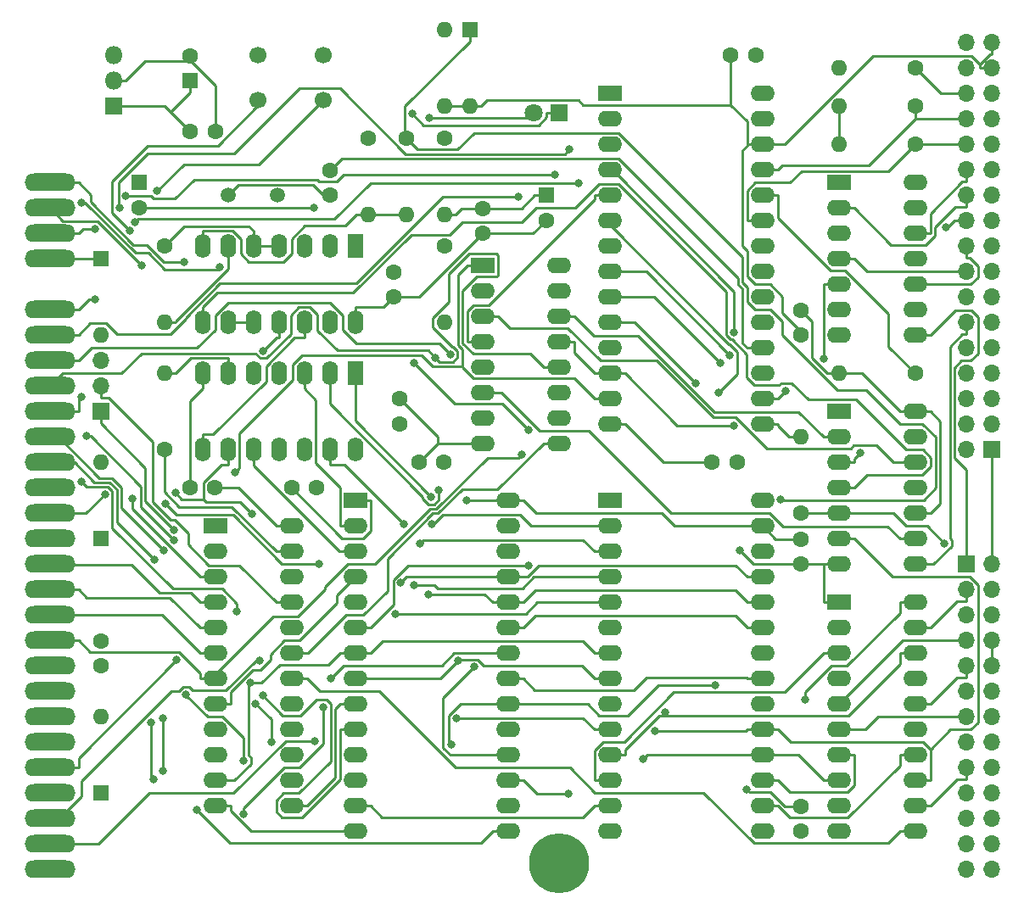
<source format=gbr>
G04 #@! TF.GenerationSoftware,KiCad,Pcbnew,5.0.0-rc2-be01b52~65~ubuntu18.04.1*
G04 #@! TF.CreationDate,2018-06-09T21:21:56+04:00*
G04 #@! TF.ProjectId,plusd,706C7573642E6B696361645F70636200,rev?*
G04 #@! TF.SameCoordinates,Original*
G04 #@! TF.FileFunction,Copper,L1,Top,Signal*
G04 #@! TF.FilePolarity,Positive*
%FSLAX46Y46*%
G04 Gerber Fmt 4.6, Leading zero omitted, Abs format (unit mm)*
G04 Created by KiCad (PCBNEW 5.0.0-rc2-be01b52~65~ubuntu18.04.1) date Sat Jun  9 21:21:56 2018*
%MOMM*%
%LPD*%
G01*
G04 APERTURE LIST*
G04 #@! TA.AperFunction,ComponentPad*
%ADD10R,1.600000X1.600000*%
G04 #@! TD*
G04 #@! TA.AperFunction,ComponentPad*
%ADD11C,1.600000*%
G04 #@! TD*
G04 #@! TA.AperFunction,ComponentPad*
%ADD12R,1.800000X1.800000*%
G04 #@! TD*
G04 #@! TA.AperFunction,ComponentPad*
%ADD13C,1.800000*%
G04 #@! TD*
G04 #@! TA.AperFunction,ComponentPad*
%ADD14R,1.700000X1.700000*%
G04 #@! TD*
G04 #@! TA.AperFunction,ComponentPad*
%ADD15O,1.700000X1.700000*%
G04 #@! TD*
G04 #@! TA.AperFunction,ConnectorPad*
%ADD16O,5.080000X1.778000*%
G04 #@! TD*
G04 #@! TA.AperFunction,ComponentPad*
%ADD17O,1.600000X1.600000*%
G04 #@! TD*
G04 #@! TA.AperFunction,ComponentPad*
%ADD18C,1.700000*%
G04 #@! TD*
G04 #@! TA.AperFunction,ComponentPad*
%ADD19R,2.400000X1.600000*%
G04 #@! TD*
G04 #@! TA.AperFunction,ComponentPad*
%ADD20O,2.400000X1.600000*%
G04 #@! TD*
G04 #@! TA.AperFunction,ComponentPad*
%ADD21O,1.600000X2.400000*%
G04 #@! TD*
G04 #@! TA.AperFunction,ComponentPad*
%ADD22R,1.600000X2.400000*%
G04 #@! TD*
G04 #@! TA.AperFunction,ComponentPad*
%ADD23C,1.500000*%
G04 #@! TD*
G04 #@! TA.AperFunction,ComponentPad*
%ADD24O,1.800000X1.800000*%
G04 #@! TD*
G04 #@! TA.AperFunction,ComponentPad*
%ADD25C,6.000000*%
G04 #@! TD*
G04 #@! TA.AperFunction,ComponentPad*
%ADD26C,0.800000*%
G04 #@! TD*
G04 #@! TA.AperFunction,ViaPad*
%ADD27C,0.800000*%
G04 #@! TD*
G04 #@! TA.AperFunction,Conductor*
%ADD28C,0.250000*%
G04 #@! TD*
G04 APERTURE END LIST*
D10*
G04 #@! TO.P,C1,1*
G04 #@! TO.N,Net-(C1-Pad1)*
X46990000Y-53340000D03*
D11*
G04 #@! TO.P,C1,2*
G04 #@! TO.N,Net-(C1-Pad2)*
X46990000Y-55840000D03*
G04 #@! TD*
G04 #@! TO.P,C2,2*
G04 #@! TO.N,Net-(C2-Pad2)*
X66040000Y-52110000D03*
G04 #@! TO.P,C2,1*
G04 #@! TO.N,Net-(C2-Pad1)*
X66040000Y-54610000D03*
G04 #@! TD*
G04 #@! TO.P,C3,1*
G04 #@! TO.N,GND*
X43180000Y-99100000D03*
G04 #@! TO.P,C3,2*
G04 #@! TO.N,/RESET*
X43180000Y-101600000D03*
G04 #@! TD*
G04 #@! TO.P,C4,2*
G04 #@! TO.N,Net-(C4-Pad2)*
X64730000Y-83820000D03*
G04 #@! TO.P,C4,1*
G04 #@! TO.N,GND*
X62230000Y-83820000D03*
G04 #@! TD*
G04 #@! TO.P,C5,1*
G04 #@! TO.N,GND*
X54610000Y-48260000D03*
G04 #@! TO.P,C5,2*
G04 #@! TO.N,+9V*
X52110000Y-48260000D03*
G04 #@! TD*
D10*
G04 #@! TO.P,C6,1*
G04 #@! TO.N,+9V*
X52070000Y-43180000D03*
D11*
G04 #@! TO.P,C6,2*
G04 #@! TO.N,GND*
X52070000Y-40680000D03*
G04 #@! TD*
G04 #@! TO.P,C7,2*
G04 #@! TO.N,GND*
X87630000Y-57110000D03*
D10*
G04 #@! TO.P,C7,1*
G04 #@! TO.N,+5V*
X87630000Y-54610000D03*
G04 #@! TD*
D11*
G04 #@! TO.P,C8,1*
G04 #@! TO.N,GND*
X52070000Y-83820000D03*
G04 #@! TO.P,C8,2*
G04 #@! TO.N,+5V*
X54570000Y-83820000D03*
G04 #@! TD*
G04 #@! TO.P,C9,1*
G04 #@! TO.N,GND*
X73025000Y-74930000D03*
G04 #@! TO.P,C9,2*
G04 #@! TO.N,+5V*
X73025000Y-77430000D03*
G04 #@! TD*
G04 #@! TO.P,C10,2*
G04 #@! TO.N,+5V*
X72390000Y-62270000D03*
G04 #@! TO.P,C10,1*
G04 #@! TO.N,GND*
X72390000Y-64770000D03*
G04 #@! TD*
G04 #@! TO.P,C11,2*
G04 #@! TO.N,+5V*
X77430000Y-81280000D03*
G04 #@! TO.P,C11,1*
G04 #@! TO.N,GND*
X74930000Y-81280000D03*
G04 #@! TD*
G04 #@! TO.P,C12,2*
G04 #@! TO.N,+5V*
X81280000Y-55920000D03*
G04 #@! TO.P,C12,1*
G04 #@! TO.N,GND*
X81280000Y-58420000D03*
G04 #@! TD*
G04 #@! TO.P,C13,1*
G04 #@! TO.N,GND*
X104180000Y-81280000D03*
G04 #@! TO.P,C13,2*
G04 #@! TO.N,+5V*
X106680000Y-81280000D03*
G04 #@! TD*
G04 #@! TO.P,C14,2*
G04 #@! TO.N,+5V*
X108545000Y-40640000D03*
G04 #@! TO.P,C14,1*
G04 #@! TO.N,GND*
X106045000Y-40640000D03*
G04 #@! TD*
G04 #@! TO.P,C15,1*
G04 #@! TO.N,GND*
X113030000Y-118110000D03*
G04 #@! TO.P,C15,2*
G04 #@! TO.N,+5V*
X113030000Y-115610000D03*
G04 #@! TD*
G04 #@! TO.P,C16,2*
G04 #@! TO.N,+5V*
X113030000Y-88940000D03*
G04 #@! TO.P,C16,1*
G04 #@! TO.N,GND*
X113030000Y-91440000D03*
G04 #@! TD*
G04 #@! TO.P,C17,1*
G04 #@! TO.N,GND*
X113030000Y-68580000D03*
G04 #@! TO.P,C17,2*
G04 #@! TO.N,+5V*
X113030000Y-66080000D03*
G04 #@! TD*
D12*
G04 #@! TO.P,D2,1*
G04 #@! TO.N,Net-(D2-Pad1)*
X88900000Y-46355000D03*
D13*
G04 #@! TO.P,D2,2*
G04 #@! TO.N,Net-(D2-Pad2)*
X86360000Y-46355000D03*
G04 #@! TD*
D14*
G04 #@! TO.P,J1,1*
G04 #@! TO.N,GND*
X132080000Y-80010000D03*
D15*
G04 #@! TO.P,J1,2*
G04 #@! TO.N,N/C*
X129540000Y-80010000D03*
G04 #@! TO.P,J1,3*
G04 #@! TO.N,GND*
X132080000Y-77470000D03*
G04 #@! TO.P,J1,4*
G04 #@! TO.N,N/C*
X129540000Y-77470000D03*
G04 #@! TO.P,J1,5*
G04 #@! TO.N,GND*
X132080000Y-74930000D03*
G04 #@! TO.P,J1,6*
G04 #@! TO.N,N/C*
X129540000Y-74930000D03*
G04 #@! TO.P,J1,7*
G04 #@! TO.N,GND*
X132080000Y-72390000D03*
G04 #@! TO.P,J1,8*
G04 #@! TO.N,Net-(J1-Pad8)*
X129540000Y-72390000D03*
G04 #@! TO.P,J1,9*
G04 #@! TO.N,GND*
X132080000Y-69850000D03*
G04 #@! TO.P,J1,10*
G04 #@! TO.N,/DS0*
X129540000Y-69850000D03*
G04 #@! TO.P,J1,11*
G04 #@! TO.N,GND*
X132080000Y-67310000D03*
G04 #@! TO.P,J1,12*
G04 #@! TO.N,/DS1*
X129540000Y-67310000D03*
G04 #@! TO.P,J1,13*
G04 #@! TO.N,GND*
X132080000Y-64770000D03*
G04 #@! TO.P,J1,14*
G04 #@! TO.N,N/C*
X129540000Y-64770000D03*
G04 #@! TO.P,J1,15*
G04 #@! TO.N,GND*
X132080000Y-62230000D03*
G04 #@! TO.P,J1,16*
G04 #@! TO.N,Net-(J1-Pad16)*
X129540000Y-62230000D03*
G04 #@! TO.P,J1,17*
G04 #@! TO.N,GND*
X132080000Y-59690000D03*
G04 #@! TO.P,J1,18*
G04 #@! TO.N,Net-(J1-Pad18)*
X129540000Y-59690000D03*
G04 #@! TO.P,J1,19*
G04 #@! TO.N,GND*
X132080000Y-57150000D03*
G04 #@! TO.P,J1,20*
G04 #@! TO.N,Net-(J1-Pad20)*
X129540000Y-57150000D03*
G04 #@! TO.P,J1,21*
G04 #@! TO.N,GND*
X132080000Y-54610000D03*
G04 #@! TO.P,J1,22*
G04 #@! TO.N,Net-(J1-Pad22)*
X129540000Y-54610000D03*
G04 #@! TO.P,J1,23*
G04 #@! TO.N,GND*
X132080000Y-52070000D03*
G04 #@! TO.P,J1,24*
G04 #@! TO.N,Net-(J1-Pad24)*
X129540000Y-52070000D03*
G04 #@! TO.P,J1,25*
G04 #@! TO.N,GND*
X132080000Y-49530000D03*
G04 #@! TO.P,J1,26*
G04 #@! TO.N,Net-(J1-Pad26)*
X129540000Y-49530000D03*
G04 #@! TO.P,J1,27*
G04 #@! TO.N,GND*
X132080000Y-46990000D03*
G04 #@! TO.P,J1,28*
G04 #@! TO.N,Net-(J1-Pad28)*
X129540000Y-46990000D03*
G04 #@! TO.P,J1,29*
G04 #@! TO.N,GND*
X132080000Y-44450000D03*
G04 #@! TO.P,J1,30*
G04 #@! TO.N,Net-(J1-Pad30)*
X129540000Y-44450000D03*
G04 #@! TO.P,J1,31*
G04 #@! TO.N,GND*
X132080000Y-41910000D03*
G04 #@! TO.P,J1,32*
G04 #@! TO.N,/XXX*
X129540000Y-41910000D03*
G04 #@! TO.P,J1,33*
G04 #@! TO.N,GND*
X132080000Y-39370000D03*
G04 #@! TO.P,J1,34*
G04 #@! TO.N,N/C*
X129540000Y-39370000D03*
G04 #@! TD*
D16*
G04 #@! TO.P,J2,B28*
G04 #@! TO.N,N/C*
X38100000Y-121920000D03*
G04 #@! TO.P,J2,B27*
G04 #@! TO.N,/A10*
X38100000Y-119380000D03*
G04 #@! TO.P,J2,B26*
G04 #@! TO.N,/A8*
X38100000Y-116840000D03*
G04 #@! TO.P,J2,B25*
G04 #@! TO.N,N/C*
X38100000Y-114300000D03*
G04 #@! TO.P,J2,B24*
G04 #@! TO.N,/M1*
X38100000Y-111760000D03*
G04 #@! TO.P,J2,B23*
G04 #@! TO.N,N/C*
X38100000Y-109220000D03*
G04 #@! TO.P,J2,B22*
X38100000Y-106680000D03*
G04 #@! TO.P,J2,B21*
X38100000Y-104140000D03*
G04 #@! TO.P,J2,B20*
X38100000Y-101600000D03*
G04 #@! TO.P,J2,B19*
G04 #@! TO.N,/WR*
X38100000Y-99060000D03*
G04 #@! TO.P,J2,B18*
G04 #@! TO.N,/RD*
X38100000Y-96520000D03*
G04 #@! TO.P,J2,B17*
G04 #@! TO.N,/IOREQ*
X38100000Y-93980000D03*
G04 #@! TO.P,J2,B16*
G04 #@! TO.N,/MREQ*
X38100000Y-91440000D03*
G04 #@! TO.P,J2,B15*
G04 #@! TO.N,N/C*
X38100000Y-88900000D03*
G04 #@! TO.P,J2,B14*
G04 #@! TO.N,NMI*
X38100000Y-86360000D03*
G04 #@! TO.P,J2,B13*
G04 #@! TO.N,N/C*
X38100000Y-83820000D03*
G04 #@! TO.P,J2,B12*
G04 #@! TO.N,/D4*
X38100000Y-81280000D03*
G04 #@! TO.P,J2,B11*
G04 #@! TO.N,/D3*
X38100000Y-78740000D03*
G04 #@! TO.P,J2,B10*
G04 #@! TO.N,/D5*
X38100000Y-76200000D03*
G04 #@! TO.P,J2,B9*
G04 #@! TO.N,/D6*
X38100000Y-73660000D03*
G04 #@! TO.P,J2,B8*
G04 #@! TO.N,/D2*
X38100000Y-71120000D03*
G04 #@! TO.P,J2,B7*
G04 #@! TO.N,/D1*
X38100000Y-68580000D03*
G04 #@! TO.P,J2,B6*
G04 #@! TO.N,/D0*
X38100000Y-66040000D03*
G04 #@! TO.P,J2,B4*
G04 #@! TO.N,ZX_ROMOE1*
X38100000Y-60960000D03*
G04 #@! TO.P,J2,B3*
G04 #@! TO.N,/D7*
X38100000Y-58420000D03*
G04 #@! TO.P,J2,B2*
G04 #@! TO.N,/A13*
X38100000Y-55880000D03*
G04 #@! TO.P,J2,B1*
G04 #@! TO.N,/A15*
X38100000Y-53340000D03*
G04 #@! TD*
D14*
G04 #@! TO.P,J3,1*
G04 #@! TO.N,Net-(J3-Pad1)*
X129540000Y-91440000D03*
D15*
G04 #@! TO.P,J3,2*
G04 #@! TO.N,GND*
X132080000Y-91440000D03*
G04 #@! TO.P,J3,3*
G04 #@! TO.N,Net-(J3-Pad3)*
X129540000Y-93980000D03*
G04 #@! TO.P,J3,4*
G04 #@! TO.N,GND*
X132080000Y-93980000D03*
G04 #@! TO.P,J3,5*
G04 #@! TO.N,Net-(J3-Pad5)*
X129540000Y-96520000D03*
G04 #@! TO.P,J3,6*
G04 #@! TO.N,GND*
X132080000Y-96520000D03*
G04 #@! TO.P,J3,7*
G04 #@! TO.N,Net-(J3-Pad7)*
X129540000Y-99060000D03*
G04 #@! TO.P,J3,8*
G04 #@! TO.N,GND*
X132080000Y-99060000D03*
G04 #@! TO.P,J3,9*
G04 #@! TO.N,Net-(J3-Pad9)*
X129540000Y-101600000D03*
G04 #@! TO.P,J3,10*
G04 #@! TO.N,GND*
X132080000Y-101600000D03*
G04 #@! TO.P,J3,11*
G04 #@! TO.N,Net-(J3-Pad11)*
X129540000Y-104140000D03*
G04 #@! TO.P,J3,12*
G04 #@! TO.N,GND*
X132080000Y-104140000D03*
G04 #@! TO.P,J3,13*
G04 #@! TO.N,Net-(J3-Pad13)*
X129540000Y-106680000D03*
G04 #@! TO.P,J3,14*
G04 #@! TO.N,GND*
X132080000Y-106680000D03*
G04 #@! TO.P,J3,15*
G04 #@! TO.N,Net-(J3-Pad15)*
X129540000Y-109220000D03*
G04 #@! TO.P,J3,16*
G04 #@! TO.N,GND*
X132080000Y-109220000D03*
G04 #@! TO.P,J3,17*
G04 #@! TO.N,Net-(J3-Pad17)*
X129540000Y-111760000D03*
G04 #@! TO.P,J3,18*
G04 #@! TO.N,GND*
X132080000Y-111760000D03*
G04 #@! TO.P,J3,19*
G04 #@! TO.N,N/C*
X129540000Y-114300000D03*
G04 #@! TO.P,J3,20*
G04 #@! TO.N,GND*
X132080000Y-114300000D03*
G04 #@! TO.P,J3,21*
G04 #@! TO.N,Net-(J3-Pad21)*
X129540000Y-116840000D03*
G04 #@! TO.P,J3,22*
G04 #@! TO.N,GND*
X132080000Y-116840000D03*
G04 #@! TO.P,J3,23*
G04 #@! TO.N,N/C*
X129540000Y-119380000D03*
G04 #@! TO.P,J3,24*
G04 #@! TO.N,GND*
X132080000Y-119380000D03*
G04 #@! TO.P,J3,25*
G04 #@! TO.N,N/C*
X129540000Y-121920000D03*
G04 #@! TO.P,J3,26*
X132080000Y-121920000D03*
G04 #@! TD*
D14*
G04 #@! TO.P,J4,1*
G04 #@! TO.N,Net-(D4-Pad2)*
X43180000Y-76200000D03*
D15*
G04 #@! TO.P,J4,2*
G04 #@! TO.N,Net-(D2-Pad1)*
X43180000Y-73660000D03*
G04 #@! TO.P,J4,3*
G04 #@! TO.N,Net-(D1-Pad2)*
X43180000Y-71120000D03*
G04 #@! TD*
D11*
G04 #@! TO.P,R1,1*
G04 #@! TO.N,Net-(J1-Pad8)*
X124460000Y-72390000D03*
D17*
G04 #@! TO.P,R1,2*
G04 #@! TO.N,+5V*
X116840000Y-72390000D03*
G04 #@! TD*
G04 #@! TO.P,R2,2*
G04 #@! TO.N,+5V*
X116840000Y-49530000D03*
D11*
G04 #@! TO.P,R2,1*
G04 #@! TO.N,Net-(J1-Pad26)*
X124460000Y-49530000D03*
G04 #@! TD*
G04 #@! TO.P,R3,1*
G04 #@! TO.N,Net-(J1-Pad28)*
X124460000Y-45720000D03*
D17*
G04 #@! TO.P,R3,2*
G04 #@! TO.N,+5V*
X116840000Y-45720000D03*
G04 #@! TD*
G04 #@! TO.P,R4,2*
G04 #@! TO.N,+5V*
X116840000Y-41910000D03*
D11*
G04 #@! TO.P,R4,1*
G04 #@! TO.N,Net-(J1-Pad30)*
X124460000Y-41910000D03*
G04 #@! TD*
D17*
G04 #@! TO.P,R5,2*
G04 #@! TO.N,Net-(C2-Pad2)*
X77470000Y-67310000D03*
D11*
G04 #@! TO.P,R5,1*
G04 #@! TO.N,Net-(C1-Pad2)*
X77470000Y-59690000D03*
G04 #@! TD*
G04 #@! TO.P,R6,1*
G04 #@! TO.N,Net-(R6-Pad1)*
X49530000Y-59690000D03*
D17*
G04 #@! TO.P,R6,2*
G04 #@! TO.N,Net-(C1-Pad1)*
X49530000Y-67310000D03*
G04 #@! TD*
D11*
G04 #@! TO.P,R7,1*
G04 #@! TO.N,Net-(D2-Pad2)*
X69850000Y-48895000D03*
D17*
G04 #@! TO.P,R7,2*
G04 #@! TO.N,+5V*
X69850000Y-56515000D03*
G04 #@! TD*
G04 #@! TO.P,R8,2*
G04 #@! TO.N,Net-(R8-Pad2)*
X49530000Y-72390000D03*
D11*
G04 #@! TO.P,R8,1*
G04 #@! TO.N,Net-(C4-Pad2)*
X49530000Y-80010000D03*
G04 #@! TD*
G04 #@! TO.P,R9,1*
G04 #@! TO.N,Net-(J3-Pad21)*
X113030000Y-86360000D03*
D17*
G04 #@! TO.P,R9,2*
G04 #@! TO.N,+5V*
X113030000Y-78740000D03*
G04 #@! TD*
D18*
G04 #@! TO.P,SW1,4*
G04 #@! TO.N,N/C*
X58905000Y-40585000D03*
G04 #@! TO.P,SW1,3*
X65405000Y-40585000D03*
G04 #@! TO.P,SW1,2*
G04 #@! TO.N,Net-(D2-Pad1)*
X58905000Y-45085000D03*
G04 #@! TO.P,SW1,1*
G04 #@! TO.N,NMI*
X65405000Y-45085000D03*
G04 #@! TD*
D19*
G04 #@! TO.P,U1,1*
G04 #@! TO.N,Net-(U1-Pad1)*
X116840000Y-53340000D03*
D20*
G04 #@! TO.P,U1,8*
G04 #@! TO.N,Net-(J3-Pad1)*
X124460000Y-68580000D03*
G04 #@! TO.P,U1,2*
G04 #@! TO.N,Net-(J1-Pad22)*
X116840000Y-55880000D03*
G04 #@! TO.P,U1,9*
G04 #@! TO.N,Net-(U1-Pad9)*
X124460000Y-66040000D03*
G04 #@! TO.P,U1,3*
G04 #@! TO.N,Net-(U1-Pad3)*
X116840000Y-58420000D03*
G04 #@! TO.P,U1,10*
G04 #@! TO.N,Net-(J1-Pad18)*
X124460000Y-63500000D03*
G04 #@! TO.P,U1,4*
G04 #@! TO.N,Net-(J1-Pad16)*
X116840000Y-60960000D03*
G04 #@! TO.P,U1,11*
G04 #@! TO.N,Net-(U1-Pad11)*
X124460000Y-60960000D03*
G04 #@! TO.P,U1,5*
G04 #@! TO.N,Net-(U1-Pad5)*
X116840000Y-63500000D03*
G04 #@! TO.P,U1,12*
G04 #@! TO.N,Net-(J1-Pad24)*
X124460000Y-58420000D03*
G04 #@! TO.P,U1,6*
G04 #@! TO.N,Net-(J1-Pad20)*
X116840000Y-66040000D03*
G04 #@! TO.P,U1,13*
G04 #@! TO.N,Net-(U1-Pad13)*
X124460000Y-55880000D03*
G04 #@! TO.P,U1,7*
G04 #@! TO.N,GND*
X116840000Y-68580000D03*
G04 #@! TO.P,U1,14*
G04 #@! TO.N,+5V*
X124460000Y-53340000D03*
G04 #@! TD*
G04 #@! TO.P,U2,28*
G04 #@! TO.N,+5V*
X109220000Y-85090000D03*
G04 #@! TO.P,U2,14*
G04 #@! TO.N,N/C*
X93980000Y-118110000D03*
G04 #@! TO.P,U2,27*
G04 #@! TO.N,+5V*
X109220000Y-87630000D03*
G04 #@! TO.P,U2,13*
G04 #@! TO.N,/D2*
X93980000Y-115570000D03*
G04 #@! TO.P,U2,26*
G04 #@! TO.N,ROM_A13*
X109220000Y-90170000D03*
G04 #@! TO.P,U2,12*
G04 #@! TO.N,/D1*
X93980000Y-113030000D03*
G04 #@! TO.P,U2,25*
G04 #@! TO.N,/A8*
X109220000Y-92710000D03*
G04 #@! TO.P,U2,11*
G04 #@! TO.N,/D0*
X93980000Y-110490000D03*
G04 #@! TO.P,U2,24*
G04 #@! TO.N,/A9*
X109220000Y-95250000D03*
G04 #@! TO.P,U2,10*
G04 #@! TO.N,/A0*
X93980000Y-107950000D03*
G04 #@! TO.P,U2,23*
G04 #@! TO.N,/A11*
X109220000Y-97790000D03*
G04 #@! TO.P,U2,9*
G04 #@! TO.N,/A1*
X93980000Y-105410000D03*
G04 #@! TO.P,U2,22*
G04 #@! TO.N,/RD*
X109220000Y-100330000D03*
G04 #@! TO.P,U2,8*
G04 #@! TO.N,/A2*
X93980000Y-102870000D03*
G04 #@! TO.P,U2,21*
G04 #@! TO.N,/A10*
X109220000Y-102870000D03*
G04 #@! TO.P,U2,7*
G04 #@! TO.N,/A3*
X93980000Y-100330000D03*
G04 #@! TO.P,U2,20*
G04 #@! TO.N,ROM_CS*
X109220000Y-105410000D03*
G04 #@! TO.P,U2,6*
G04 #@! TO.N,/A4*
X93980000Y-97790000D03*
G04 #@! TO.P,U2,19*
G04 #@! TO.N,/D7*
X109220000Y-107950000D03*
G04 #@! TO.P,U2,5*
G04 #@! TO.N,/A5*
X93980000Y-95250000D03*
G04 #@! TO.P,U2,18*
G04 #@! TO.N,/D6*
X109220000Y-110490000D03*
G04 #@! TO.P,U2,4*
G04 #@! TO.N,/A6*
X93980000Y-92710000D03*
G04 #@! TO.P,U2,17*
G04 #@! TO.N,/D5*
X109220000Y-113030000D03*
G04 #@! TO.P,U2,3*
G04 #@! TO.N,/A7*
X93980000Y-90170000D03*
G04 #@! TO.P,U2,16*
G04 #@! TO.N,/D4*
X109220000Y-115570000D03*
G04 #@! TO.P,U2,2*
G04 #@! TO.N,/A12*
X93980000Y-87630000D03*
G04 #@! TO.P,U2,15*
G04 #@! TO.N,/D3*
X109220000Y-118110000D03*
D19*
G04 #@! TO.P,U2,1*
G04 #@! TO.N,ROM_A14*
X93980000Y-85090000D03*
G04 #@! TD*
G04 #@! TO.P,U3,1*
G04 #@! TO.N,FDC_CS*
X93980000Y-44450000D03*
D20*
G04 #@! TO.P,U3,15*
G04 #@! TO.N,+5V*
X109220000Y-77470000D03*
G04 #@! TO.P,U3,2*
G04 #@! TO.N,/WR*
X93980000Y-46990000D03*
G04 #@! TO.P,U3,16*
G04 #@! TO.N,Net-(U1-Pad5)*
X109220000Y-74930000D03*
G04 #@! TO.P,U3,3*
G04 #@! TO.N,/A3*
X93980000Y-49530000D03*
G04 #@! TO.P,U3,17*
G04 #@! TO.N,Net-(U1-Pad11)*
X109220000Y-72390000D03*
G04 #@! TO.P,U3,4*
G04 #@! TO.N,/A4*
X93980000Y-52070000D03*
G04 #@! TO.P,U3,18*
G04 #@! TO.N,Net-(C2-Pad2)*
X109220000Y-69850000D03*
G04 #@! TO.P,U3,5*
G04 #@! TO.N,/D0*
X93980000Y-54610000D03*
G04 #@! TO.P,U3,19*
G04 #@! TO.N,Net-(J1-Pad30)*
X109220000Y-67310000D03*
G04 #@! TO.P,U3,6*
G04 #@! TO.N,/D1*
X93980000Y-57150000D03*
G04 #@! TO.P,U3,20*
G04 #@! TO.N,Net-(U1-Pad3)*
X109220000Y-64770000D03*
G04 #@! TO.P,U3,7*
G04 #@! TO.N,/D2*
X93980000Y-59690000D03*
G04 #@! TO.P,U3,21*
G04 #@! TO.N,Net-(U1-Pad13)*
X109220000Y-62230000D03*
G04 #@! TO.P,U3,8*
G04 #@! TO.N,/D3*
X93980000Y-62230000D03*
G04 #@! TO.P,U3,22*
G04 #@! TO.N,Net-(U1-Pad1)*
X109220000Y-59690000D03*
G04 #@! TO.P,U3,9*
G04 #@! TO.N,/D4*
X93980000Y-64770000D03*
G04 #@! TO.P,U3,23*
G04 #@! TO.N,Net-(J1-Pad26)*
X109220000Y-57150000D03*
G04 #@! TO.P,U3,10*
G04 #@! TO.N,/D5*
X93980000Y-67310000D03*
G04 #@! TO.P,U3,24*
G04 #@! TO.N,Net-(J1-Pad8)*
X109220000Y-54610000D03*
G04 #@! TO.P,U3,11*
G04 #@! TO.N,/D6*
X93980000Y-69850000D03*
G04 #@! TO.P,U3,25*
G04 #@! TO.N,Net-(J1-Pad28)*
X109220000Y-52070000D03*
G04 #@! TO.P,U3,12*
G04 #@! TO.N,/D7*
X93980000Y-72390000D03*
G04 #@! TO.P,U3,26*
G04 #@! TO.N,GND*
X109220000Y-49530000D03*
G04 #@! TO.P,U3,13*
G04 #@! TO.N,/RESET*
X93980000Y-74930000D03*
G04 #@! TO.P,U3,27*
G04 #@! TO.N,N/C*
X109220000Y-46990000D03*
G04 #@! TO.P,U3,14*
G04 #@! TO.N,GND*
X93980000Y-77470000D03*
G04 #@! TO.P,U3,28*
G04 #@! TO.N,N/C*
X109220000Y-44450000D03*
G04 #@! TD*
D21*
G04 #@! TO.P,U4,14*
G04 #@! TO.N,GND*
X68580000Y-67310000D03*
G04 #@! TO.P,U4,7*
G04 #@! TO.N,+5V*
X53340000Y-59690000D03*
G04 #@! TO.P,U4,13*
G04 #@! TO.N,Net-(U10-Pad12)*
X66040000Y-67310000D03*
G04 #@! TO.P,U4,6*
G04 #@! TO.N,Net-(C1-Pad1)*
X55880000Y-59690000D03*
G04 #@! TO.P,U4,12*
G04 #@! TO.N,Net-(U10-Pad8)*
X63500000Y-67310000D03*
G04 #@! TO.P,U4,5*
G04 #@! TO.N,Net-(R6-Pad1)*
X58420000Y-59690000D03*
G04 #@! TO.P,U4,11*
G04 #@! TO.N,Net-(U10-Pad5)*
X60960000Y-67310000D03*
G04 #@! TO.P,U4,4*
G04 #@! TO.N,Net-(R6-Pad1)*
X60960000Y-59690000D03*
G04 #@! TO.P,U4,10*
G04 #@! TO.N,PRN_STR*
X58420000Y-67310000D03*
G04 #@! TO.P,U4,3*
G04 #@! TO.N,Net-(C2-Pad2)*
X63500000Y-59690000D03*
G04 #@! TO.P,U4,9*
G04 #@! TO.N,PRN_STR*
X55880000Y-67310000D03*
G04 #@! TO.P,U4,2*
G04 #@! TO.N,Net-(C1-Pad2)*
X66040000Y-59690000D03*
G04 #@! TO.P,U4,8*
G04 #@! TO.N,Net-(U4-Pad8)*
X53340000Y-67310000D03*
D22*
G04 #@! TO.P,U4,1*
G04 #@! TO.N,Net-(C1-Pad2)*
X68580000Y-59690000D03*
G04 #@! TD*
D19*
G04 #@! TO.P,U5,1*
G04 #@! TO.N,+5V*
X116840000Y-76200000D03*
D20*
G04 #@! TO.P,U5,8*
G04 #@! TO.N,/DS1*
X124460000Y-91440000D03*
G04 #@! TO.P,U5,2*
G04 #@! TO.N,Net-(U5-Pad2)*
X116840000Y-78740000D03*
G04 #@! TO.P,U5,9*
G04 #@! TO.N,Net-(U5-Pad9)*
X124460000Y-88900000D03*
G04 #@! TO.P,U5,3*
G04 #@! TO.N,/XXX*
X116840000Y-81280000D03*
G04 #@! TO.P,U5,10*
G04 #@! TO.N,+5V*
X124460000Y-86360000D03*
G04 #@! TO.P,U5,4*
G04 #@! TO.N,Net-(U4-Pad8)*
X116840000Y-83820000D03*
G04 #@! TO.P,U5,11*
G04 #@! TO.N,/DS0*
X124460000Y-83820000D03*
G04 #@! TO.P,U5,5*
G04 #@! TO.N,Net-(J3-Pad21)*
X116840000Y-86360000D03*
G04 #@! TO.P,U5,12*
G04 #@! TO.N,Net-(U5-Pad12)*
X124460000Y-81280000D03*
G04 #@! TO.P,U5,6*
G04 #@! TO.N,/D7*
X116840000Y-88900000D03*
G04 #@! TO.P,U5,13*
G04 #@! TO.N,+5V*
X124460000Y-78740000D03*
G04 #@! TO.P,U5,7*
G04 #@! TO.N,GND*
X116840000Y-91440000D03*
G04 #@! TO.P,U5,14*
G04 #@! TO.N,+5V*
X124460000Y-76200000D03*
G04 #@! TD*
D19*
G04 #@! TO.P,U6,1*
G04 #@! TO.N,/RESET*
X81280000Y-61595000D03*
D20*
G04 #@! TO.P,U6,9*
G04 #@! TO.N,DSK_CS*
X88900000Y-79375000D03*
G04 #@! TO.P,U6,2*
G04 #@! TO.N,N/C*
X81280000Y-64135000D03*
G04 #@! TO.P,U6,10*
G04 #@! TO.N,Net-(U1-Pad9)*
X88900000Y-76835000D03*
G04 #@! TO.P,U6,3*
G04 #@! TO.N,Net-(U5-Pad12)*
X81280000Y-66675000D03*
G04 #@! TO.P,U6,11*
G04 #@! TO.N,N/C*
X88900000Y-74295000D03*
G04 #@! TO.P,U6,4*
G04 #@! TO.N,/D0*
X81280000Y-69215000D03*
G04 #@! TO.P,U6,12*
G04 #@! TO.N,/D6*
X88900000Y-71755000D03*
G04 #@! TO.P,U6,5*
G04 #@! TO.N,/D1*
X81280000Y-71755000D03*
G04 #@! TO.P,U6,13*
G04 #@! TO.N,/D7*
X88900000Y-69215000D03*
G04 #@! TO.P,U6,6*
G04 #@! TO.N,Net-(U5-Pad9)*
X81280000Y-74295000D03*
G04 #@! TO.P,U6,14*
G04 #@! TO.N,Net-(U5-Pad2)*
X88900000Y-66675000D03*
G04 #@! TO.P,U6,7*
G04 #@! TO.N,N/C*
X81280000Y-76835000D03*
G04 #@! TO.P,U6,15*
X88900000Y-64135000D03*
G04 #@! TO.P,U6,8*
G04 #@! TO.N,GND*
X81280000Y-79375000D03*
G04 #@! TO.P,U6,16*
G04 #@! TO.N,+5V*
X88900000Y-61595000D03*
G04 #@! TD*
D19*
G04 #@! TO.P,U7,1*
G04 #@! TO.N,GND*
X68580000Y-85090000D03*
D20*
G04 #@! TO.P,U7,15*
G04 #@! TO.N,/D3*
X83820000Y-118110000D03*
G04 #@! TO.P,U7,2*
G04 #@! TO.N,/A12*
X68580000Y-87630000D03*
G04 #@! TO.P,U7,16*
G04 #@! TO.N,/D4*
X83820000Y-115570000D03*
G04 #@! TO.P,U7,3*
G04 #@! TO.N,/A7*
X68580000Y-90170000D03*
G04 #@! TO.P,U7,17*
G04 #@! TO.N,/D5*
X83820000Y-113030000D03*
G04 #@! TO.P,U7,4*
G04 #@! TO.N,/A6*
X68580000Y-92710000D03*
G04 #@! TO.P,U7,18*
G04 #@! TO.N,/D6*
X83820000Y-110490000D03*
G04 #@! TO.P,U7,5*
G04 #@! TO.N,/A5*
X68580000Y-95250000D03*
G04 #@! TO.P,U7,19*
G04 #@! TO.N,/D7*
X83820000Y-107950000D03*
G04 #@! TO.P,U7,6*
G04 #@! TO.N,/A4*
X68580000Y-97790000D03*
G04 #@! TO.P,U7,20*
G04 #@! TO.N,/RD*
X83820000Y-105410000D03*
G04 #@! TO.P,U7,7*
G04 #@! TO.N,/A3*
X68580000Y-100330000D03*
G04 #@! TO.P,U7,21*
G04 #@! TO.N,/A10*
X83820000Y-102870000D03*
G04 #@! TO.P,U7,8*
G04 #@! TO.N,/A2*
X68580000Y-102870000D03*
G04 #@! TO.P,U7,22*
G04 #@! TO.N,RAM_CS*
X83820000Y-100330000D03*
G04 #@! TO.P,U7,9*
G04 #@! TO.N,/A1*
X68580000Y-105410000D03*
G04 #@! TO.P,U7,23*
G04 #@! TO.N,/A11*
X83820000Y-97790000D03*
G04 #@! TO.P,U7,10*
G04 #@! TO.N,/A0*
X68580000Y-107950000D03*
G04 #@! TO.P,U7,24*
G04 #@! TO.N,/A9*
X83820000Y-95250000D03*
G04 #@! TO.P,U7,11*
G04 #@! TO.N,/D0*
X68580000Y-110490000D03*
G04 #@! TO.P,U7,25*
G04 #@! TO.N,/A8*
X83820000Y-92710000D03*
G04 #@! TO.P,U7,12*
G04 #@! TO.N,/D1*
X68580000Y-113030000D03*
G04 #@! TO.P,U7,26*
G04 #@! TO.N,GND*
X83820000Y-90170000D03*
G04 #@! TO.P,U7,13*
G04 #@! TO.N,/D2*
X68580000Y-115570000D03*
G04 #@! TO.P,U7,27*
G04 #@! TO.N,/WR*
X83820000Y-87630000D03*
G04 #@! TO.P,U7,14*
G04 #@! TO.N,GND*
X68580000Y-118110000D03*
G04 #@! TO.P,U7,28*
G04 #@! TO.N,+5V*
X83820000Y-85090000D03*
G04 #@! TD*
D19*
G04 #@! TO.P,U8,1*
G04 #@! TO.N,/A14*
X54610000Y-87630000D03*
D20*
G04 #@! TO.P,U8,13*
G04 #@! TO.N,/A1*
X62230000Y-115570000D03*
G04 #@! TO.P,U8,2*
G04 #@! TO.N,/A15*
X54610000Y-90170000D03*
G04 #@! TO.P,U8,14*
G04 #@! TO.N,/A2*
X62230000Y-113030000D03*
G04 #@! TO.P,U8,3*
G04 #@! TO.N,/A13*
X54610000Y-92710000D03*
G04 #@! TO.P,U8,15*
G04 #@! TO.N,ROM_CS*
X62230000Y-110490000D03*
G04 #@! TO.P,U8,4*
G04 #@! TO.N,/MREQ*
X54610000Y-95250000D03*
G04 #@! TO.P,U8,16*
G04 #@! TO.N,RAM_CS*
X62230000Y-107950000D03*
G04 #@! TO.P,U8,5*
G04 #@! TO.N,/IOREQ*
X54610000Y-97790000D03*
G04 #@! TO.P,U8,17*
G04 #@! TO.N,N/C*
X62230000Y-105410000D03*
G04 #@! TO.P,U8,6*
G04 #@! TO.N,/RD*
X54610000Y-100330000D03*
G04 #@! TO.P,U8,18*
G04 #@! TO.N,PRN_CS*
X62230000Y-102870000D03*
G04 #@! TO.P,U8,7*
G04 #@! TO.N,/WR*
X54610000Y-102870000D03*
G04 #@! TO.P,U8,19*
G04 #@! TO.N,DSK_CS*
X62230000Y-100330000D03*
G04 #@! TO.P,U8,8*
G04 #@! TO.N,/A6*
X54610000Y-105410000D03*
G04 #@! TO.P,U8,20*
G04 #@! TO.N,PRN_STR*
X62230000Y-97790000D03*
G04 #@! TO.P,U8,9*
G04 #@! TO.N,/A5*
X54610000Y-107950000D03*
G04 #@! TO.P,U8,21*
G04 #@! TO.N,Net-(D2-Pad1)*
X62230000Y-95250000D03*
G04 #@! TO.P,U8,10*
G04 #@! TO.N,/A4*
X54610000Y-110490000D03*
G04 #@! TO.P,U8,22*
G04 #@! TO.N,FDC_CS*
X62230000Y-92710000D03*
G04 #@! TO.P,U8,11*
G04 #@! TO.N,/A3*
X54610000Y-113030000D03*
G04 #@! TO.P,U8,23*
G04 #@! TO.N,Net-(C4-Pad2)*
X62230000Y-90170000D03*
G04 #@! TO.P,U8,12*
G04 #@! TO.N,GND*
X54610000Y-115570000D03*
G04 #@! TO.P,U8,24*
G04 #@! TO.N,+5V*
X62230000Y-87630000D03*
G04 #@! TD*
D19*
G04 #@! TO.P,U9,1*
G04 #@! TO.N,GND*
X116840000Y-95250000D03*
D20*
G04 #@! TO.P,U9,11*
G04 #@! TO.N,PRN_CS*
X124460000Y-118110000D03*
G04 #@! TO.P,U9,2*
G04 #@! TO.N,Net-(J3-Pad5)*
X116840000Y-97790000D03*
G04 #@! TO.P,U9,12*
G04 #@! TO.N,Net-(J3-Pad17)*
X124460000Y-115570000D03*
G04 #@! TO.P,U9,3*
G04 #@! TO.N,/D1*
X116840000Y-100330000D03*
G04 #@! TO.P,U9,13*
G04 #@! TO.N,/D7*
X124460000Y-113030000D03*
G04 #@! TO.P,U9,4*
G04 #@! TO.N,/D2*
X116840000Y-102870000D03*
G04 #@! TO.P,U9,14*
G04 #@! TO.N,/D4*
X124460000Y-110490000D03*
G04 #@! TO.P,U9,5*
G04 #@! TO.N,Net-(J3-Pad7)*
X116840000Y-105410000D03*
G04 #@! TO.P,U9,15*
G04 #@! TO.N,Net-(J3-Pad11)*
X124460000Y-107950000D03*
G04 #@! TO.P,U9,6*
G04 #@! TO.N,Net-(J3-Pad13)*
X116840000Y-107950000D03*
G04 #@! TO.P,U9,16*
G04 #@! TO.N,Net-(J3-Pad9)*
X124460000Y-105410000D03*
G04 #@! TO.P,U9,7*
G04 #@! TO.N,/D5*
X116840000Y-110490000D03*
G04 #@! TO.P,U9,17*
G04 #@! TO.N,/D3*
X124460000Y-102870000D03*
G04 #@! TO.P,U9,8*
G04 #@! TO.N,/D6*
X116840000Y-113030000D03*
G04 #@! TO.P,U9,18*
G04 #@! TO.N,/D0*
X124460000Y-100330000D03*
G04 #@! TO.P,U9,9*
G04 #@! TO.N,Net-(J3-Pad15)*
X116840000Y-115570000D03*
G04 #@! TO.P,U9,19*
G04 #@! TO.N,Net-(J3-Pad3)*
X124460000Y-97790000D03*
G04 #@! TO.P,U9,10*
G04 #@! TO.N,GND*
X116840000Y-118110000D03*
G04 #@! TO.P,U9,20*
G04 #@! TO.N,+5V*
X124460000Y-95250000D03*
G04 #@! TD*
D21*
G04 #@! TO.P,U10,14*
G04 #@! TO.N,+5V*
X68580000Y-80010000D03*
G04 #@! TO.P,U10,7*
G04 #@! TO.N,GND*
X53340000Y-72390000D03*
G04 #@! TO.P,U10,13*
G04 #@! TO.N,/A9*
X66040000Y-80010000D03*
G04 #@! TO.P,U10,6*
G04 #@! TO.N,Net-(R8-Pad2)*
X55880000Y-72390000D03*
G04 #@! TO.P,U10,12*
G04 #@! TO.N,Net-(U10-Pad12)*
X63500000Y-80010000D03*
G04 #@! TO.P,U10,5*
G04 #@! TO.N,Net-(U10-Pad5)*
X58420000Y-72390000D03*
G04 #@! TO.P,U10,11*
G04 #@! TO.N,/A8*
X60960000Y-80010000D03*
G04 #@! TO.P,U10,4*
G04 #@! TO.N,/M1*
X60960000Y-72390000D03*
G04 #@! TO.P,U10,10*
G04 #@! TO.N,/A7*
X58420000Y-80010000D03*
G04 #@! TO.P,U10,3*
G04 #@! TO.N,/A12*
X63500000Y-72390000D03*
G04 #@! TO.P,U10,9*
G04 #@! TO.N,/A0*
X55880000Y-80010000D03*
G04 #@! TO.P,U10,2*
G04 #@! TO.N,/A11*
X66040000Y-72390000D03*
G04 #@! TO.P,U10,8*
G04 #@! TO.N,Net-(U10-Pad8)*
X53340000Y-80010000D03*
D22*
G04 #@! TO.P,U10,1*
G04 #@! TO.N,/A10*
X68580000Y-72390000D03*
G04 #@! TD*
D23*
G04 #@! TO.P,Y1,1*
G04 #@! TO.N,Net-(C2-Pad1)*
X55880000Y-54610000D03*
G04 #@! TO.P,Y1,2*
G04 #@! TO.N,Net-(R6-Pad1)*
X60780000Y-54610000D03*
G04 #@! TD*
D10*
G04 #@! TO.P,D1,1*
G04 #@! TO.N,ZX_ROMOE1*
X43180000Y-60960000D03*
D17*
G04 #@! TO.P,D1,2*
G04 #@! TO.N,Net-(D1-Pad2)*
X43180000Y-68580000D03*
G04 #@! TD*
D10*
G04 #@! TO.P,D3,1*
G04 #@! TO.N,ZX_ROMOE2*
X43180000Y-88900000D03*
D17*
G04 #@! TO.P,D3,2*
G04 #@! TO.N,Net-(D1-Pad2)*
X43180000Y-81280000D03*
G04 #@! TD*
G04 #@! TO.P,D4,2*
G04 #@! TO.N,Net-(D4-Pad2)*
X43180000Y-106680000D03*
D10*
G04 #@! TO.P,D4,1*
G04 #@! TO.N,ZX_ROMOE48*
X43180000Y-114300000D03*
G04 #@! TD*
D11*
G04 #@! TO.P,R10,1*
G04 #@! TO.N,ROM_A14*
X77470000Y-48895000D03*
D17*
G04 #@! TO.P,R10,2*
G04 #@! TO.N,+5V*
X77470000Y-56515000D03*
G04 #@! TD*
G04 #@! TO.P,R11,2*
G04 #@! TO.N,+5V*
X73660000Y-56515000D03*
D11*
G04 #@! TO.P,R11,1*
G04 #@! TO.N,ROM_A13*
X73660000Y-48895000D03*
G04 #@! TD*
D10*
G04 #@! TO.P,SW2,1*
G04 #@! TO.N,ROM_A13*
X80010000Y-38100000D03*
D17*
G04 #@! TO.P,SW2,3*
G04 #@! TO.N,GND*
X77470000Y-45720000D03*
G04 #@! TO.P,SW2,2*
G04 #@! TO.N,ROM_A14*
X77470000Y-38100000D03*
G04 #@! TO.P,SW2,4*
G04 #@! TO.N,GND*
X80010000Y-45720000D03*
G04 #@! TD*
D12*
G04 #@! TO.P,U12,1*
G04 #@! TO.N,+9V*
X44450000Y-45720000D03*
D24*
G04 #@! TO.P,U12,2*
G04 #@! TO.N,GND*
X44450000Y-43180000D03*
G04 #@! TO.P,U12,3*
G04 #@! TO.N,+5V*
X44450000Y-40640000D03*
G04 #@! TD*
D25*
G04 #@! TO.P,MK2,1*
G04 #@! TO.N,GND*
X88900000Y-121285000D03*
D26*
X91150000Y-121285000D03*
X90490990Y-122875990D03*
X88900000Y-123535000D03*
X87309010Y-122875990D03*
X86650000Y-121285000D03*
X87309010Y-119694010D03*
X88900000Y-119035000D03*
X90490990Y-119694010D03*
G04 #@! TD*
D27*
G04 #@! TO.N,Net-(C1-Pad2)*
X64474200Y-55830000D03*
G04 #@! TO.N,GND*
X106936500Y-90063700D03*
G04 #@! TO.N,/RESET*
X56609100Y-82251100D03*
G04 #@! TO.N,+5V*
X79715100Y-85090000D03*
X107673500Y-113923300D03*
X113480000Y-104963600D03*
G04 #@! TO.N,Net-(D2-Pad1)*
X74274000Y-46488500D03*
X46084300Y-58135900D03*
G04 #@! TO.N,Net-(D2-Pad2)*
X75970900Y-46896600D03*
G04 #@! TO.N,Net-(J1-Pad20)*
X127509500Y-57802100D03*
G04 #@! TO.N,/XXX*
X118982900Y-80317800D03*
G04 #@! TO.N,/A11*
X57441400Y-116345000D03*
X65403800Y-105750300D03*
X76936800Y-84075500D03*
G04 #@! TO.N,/A9*
X75911800Y-94457200D03*
X73459300Y-87464500D03*
G04 #@! TO.N,/A4*
X106351600Y-68266200D03*
X85888400Y-91574300D03*
G04 #@! TO.N,/A5*
X72553800Y-96387300D03*
G04 #@! TO.N,/A6*
X74415900Y-93551300D03*
G04 #@! TO.N,/A7*
X75020500Y-89393400D03*
G04 #@! TO.N,/A10*
X76177100Y-84732500D03*
X64515400Y-109075400D03*
G04 #@! TO.N,/A8*
X59000500Y-101029300D03*
X73121800Y-93289600D03*
G04 #@! TO.N,/M1*
X50725400Y-101003600D03*
G04 #@! TO.N,/WR*
X85227600Y-80450900D03*
G04 #@! TO.N,/A3*
X41225600Y-83168800D03*
X56781100Y-96147000D03*
X58088000Y-103292700D03*
G04 #@! TO.N,/A2*
X49658300Y-85404000D03*
X64939200Y-91366000D03*
X78866400Y-101090600D03*
G04 #@! TO.N,/A1*
X41755400Y-78643800D03*
X50514000Y-89059000D03*
X51705400Y-104436700D03*
X57423500Y-111055400D03*
G04 #@! TO.N,/A0*
X50640500Y-84334500D03*
X59354900Y-104542500D03*
X58275200Y-86411600D03*
X78708800Y-106818100D03*
G04 #@! TO.N,/A12*
X76211200Y-87450700D03*
X41251100Y-55299500D03*
X55027600Y-61771600D03*
G04 #@! TO.N,/RD*
X78132200Y-109467500D03*
X60184100Y-109190600D03*
X58644700Y-105343000D03*
X104519700Y-103505000D03*
G04 #@! TO.N,NMI*
X43600400Y-84445600D03*
X48790700Y-54173600D03*
G04 #@! TO.N,/D4*
X48520900Y-90989500D03*
X48237300Y-107207500D03*
X48474000Y-112902400D03*
X105021600Y-71346800D03*
G04 #@! TO.N,/D3*
X49456800Y-90053500D03*
X49343700Y-106781300D03*
X49343700Y-112100200D03*
X52802900Y-115963900D03*
X105959000Y-70555600D03*
G04 #@! TO.N,/D5*
X41243800Y-74712600D03*
X45048200Y-55847400D03*
X89933400Y-50022200D03*
X89878400Y-114388400D03*
X102558300Y-73373200D03*
G04 #@! TO.N,/D6*
X97329900Y-110913400D03*
X80450500Y-101668900D03*
X76595300Y-70837700D03*
G04 #@! TO.N,/D2*
X78046000Y-70489000D03*
G04 #@! TO.N,/D1*
X104816500Y-74345500D03*
X84873800Y-54719300D03*
G04 #@! TO.N,/D0*
X42565700Y-65012400D03*
X46613600Y-57248900D03*
X90840700Y-53350600D03*
X99535800Y-106267000D03*
G04 #@! TO.N,/D7*
X42586200Y-57982500D03*
X45682100Y-54672200D03*
X88494500Y-52524700D03*
X106329900Y-77598100D03*
X98459500Y-108063900D03*
G04 #@! TO.N,/A13*
X47269900Y-61640400D03*
X46327000Y-84896300D03*
G04 #@! TO.N,/A15*
X51480500Y-61265100D03*
G04 #@! TO.N,Net-(J3-Pad21)*
X127362500Y-89348100D03*
G04 #@! TO.N,Net-(U1-Pad5)*
X115308700Y-70940800D03*
X111512300Y-74127400D03*
G04 #@! TO.N,Net-(U10-Pad5)*
X59389700Y-70137700D03*
G04 #@! TO.N,RAM_CS*
X66113000Y-102813400D03*
G04 #@! TO.N,Net-(D4-Pad2)*
X50476700Y-88004100D03*
G04 #@! TO.N,ROM_A14*
X85906800Y-78055300D03*
X74406200Y-71316200D03*
G04 #@! TO.N,ROM_A13*
X111025400Y-84943200D03*
G04 #@! TD*
D28*
G04 #@! TO.N,Net-(C1-Pad1)*
X50655300Y-67310000D02*
X50655300Y-67172200D01*
X50655300Y-67172200D02*
X55880000Y-61947500D01*
X55880000Y-61947500D02*
X55880000Y-61215300D01*
X49530000Y-67310000D02*
X50655300Y-67310000D01*
X55880000Y-59690000D02*
X55880000Y-61215300D01*
G04 #@! TO.N,Net-(C1-Pad2)*
X64474200Y-55830000D02*
X47000000Y-55830000D01*
X47000000Y-55830000D02*
X46990000Y-55840000D01*
G04 #@! TO.N,Net-(C2-Pad2)*
X66040000Y-52110000D02*
X67213300Y-50936700D01*
X67213300Y-50936700D02*
X94859400Y-50936700D01*
X94859400Y-50936700D02*
X106794100Y-62871400D01*
X106794100Y-62871400D02*
X106794100Y-63503500D01*
X106794100Y-63503500D02*
X107244400Y-63953800D01*
X107244400Y-63953800D02*
X107244400Y-69399700D01*
X107244400Y-69399700D02*
X107694700Y-69850000D01*
X109220000Y-69850000D02*
X107694700Y-69850000D01*
G04 #@! TO.N,Net-(C2-Pad1)*
X55880000Y-54610000D02*
X56956500Y-53533500D01*
X56956500Y-53533500D02*
X64326600Y-53533500D01*
X64326600Y-53533500D02*
X65403100Y-54610000D01*
X65403100Y-54610000D02*
X66040000Y-54610000D01*
G04 #@! TO.N,GND*
X68580000Y-85090000D02*
X70105300Y-85090000D01*
X70105300Y-85090000D02*
X70105300Y-88106500D01*
X70105300Y-88106500D02*
X69385700Y-88826100D01*
X69385700Y-88826100D02*
X67236100Y-88826100D01*
X67236100Y-88826100D02*
X62230000Y-83820000D01*
X56135300Y-115570000D02*
X56135300Y-116064600D01*
X56135300Y-116064600D02*
X58180700Y-118110000D01*
X58180700Y-118110000D02*
X67054700Y-118110000D01*
X107807300Y-49530000D02*
X107198900Y-50138400D01*
X107198900Y-50138400D02*
X107198900Y-59660400D01*
X107198900Y-59660400D02*
X107694700Y-60156200D01*
X107694700Y-60156200D02*
X107694700Y-62703700D01*
X107694700Y-62703700D02*
X108491000Y-63500000D01*
X108491000Y-63500000D02*
X109961200Y-63500000D01*
X109961200Y-63500000D02*
X111165700Y-64704500D01*
X111165700Y-64704500D02*
X111165700Y-66360400D01*
X111165700Y-66360400D02*
X113030000Y-68224700D01*
X113030000Y-68224700D02*
X113030000Y-68580000D01*
X107807300Y-49530000D02*
X107694700Y-49530000D01*
X109220000Y-49530000D02*
X107807300Y-49530000D01*
X106045000Y-45575400D02*
X106045000Y-40640000D01*
X81135300Y-45720000D02*
X81726900Y-45128400D01*
X81726900Y-45128400D02*
X90843000Y-45128400D01*
X90843000Y-45128400D02*
X91290000Y-45575400D01*
X91290000Y-45575400D02*
X106045000Y-45575400D01*
X107694700Y-49530000D02*
X107694700Y-47225100D01*
X107694700Y-47225100D02*
X106045000Y-45575400D01*
X130904700Y-41542700D02*
X130094500Y-40732500D01*
X130094500Y-40732500D02*
X120235900Y-40732500D01*
X120235900Y-40732500D02*
X111438400Y-49530000D01*
X111438400Y-49530000D02*
X109220000Y-49530000D01*
X88241000Y-122876000D02*
X88900000Y-123535000D01*
X87309000Y-122876000D02*
X88241000Y-122876000D01*
X88241000Y-122876000D02*
X88241000Y-121944000D01*
X88241000Y-121944000D02*
X88900000Y-121285000D01*
X44450000Y-43180000D02*
X45675300Y-43180000D01*
X52070000Y-41239700D02*
X52210600Y-41239700D01*
X52210600Y-41239700D02*
X54610000Y-43639100D01*
X54610000Y-43639100D02*
X54610000Y-48260000D01*
X45675300Y-43180000D02*
X47615600Y-41239700D01*
X47615600Y-41239700D02*
X52070000Y-41239700D01*
X52070000Y-41239700D02*
X52070000Y-40680000D01*
X87309000Y-119694000D02*
X88241000Y-119694000D01*
X88241000Y-119694000D02*
X88900000Y-119035000D01*
X54610000Y-115570000D02*
X56135300Y-115570000D01*
X68580000Y-118110000D02*
X67054700Y-118110000D01*
X80010000Y-45720000D02*
X81135300Y-45720000D01*
X77470000Y-45720000D02*
X80010000Y-45720000D01*
X93980000Y-77470000D02*
X95505300Y-77470000D01*
X104180000Y-81280000D02*
X99315300Y-81280000D01*
X99315300Y-81280000D02*
X95505300Y-77470000D01*
X72390000Y-64770000D02*
X71375300Y-65784700D01*
X71375300Y-65784700D02*
X68580000Y-65784700D01*
X81280000Y-58420000D02*
X74930000Y-64770000D01*
X74930000Y-64770000D02*
X72390000Y-64770000D01*
X68580000Y-67310000D02*
X68580000Y-65784700D01*
X106936500Y-90063700D02*
X108312800Y-91440000D01*
X108312800Y-91440000D02*
X113030000Y-91440000D01*
X130904700Y-41910000D02*
X130904700Y-41542700D01*
X130904700Y-41542700D02*
X131902100Y-40545300D01*
X131902100Y-40545300D02*
X132080000Y-40545300D01*
X132080000Y-39370000D02*
X132080000Y-40545300D01*
X132080000Y-41910000D02*
X130904700Y-41910000D01*
X115314700Y-91440000D02*
X113030000Y-91440000D01*
X116840000Y-91440000D02*
X115314700Y-91440000D01*
X115314700Y-91440000D02*
X115314700Y-95250000D01*
X116840000Y-95250000D02*
X115314700Y-95250000D01*
X76835000Y-79375000D02*
X76835000Y-78740000D01*
X76835000Y-78740000D02*
X73025000Y-74930000D01*
X53340000Y-72390000D02*
X53340000Y-73915300D01*
X53340000Y-73915300D02*
X52070000Y-75185300D01*
X52070000Y-75185300D02*
X52070000Y-83820000D01*
X132080000Y-91440000D02*
X132080000Y-80010000D01*
X87630000Y-57110000D02*
X86320000Y-58420000D01*
X86320000Y-58420000D02*
X81280000Y-58420000D01*
X76835000Y-79375000D02*
X74930000Y-81280000D01*
X81280000Y-79375000D02*
X76835000Y-79375000D01*
X132080000Y-101600000D02*
X132080000Y-99060000D01*
G04 #@! TO.N,/RESET*
X79245300Y-71691000D02*
X76317300Y-71691000D01*
X76317300Y-71691000D02*
X75173500Y-70547200D01*
X75173500Y-70547200D02*
X63287900Y-70547200D01*
X63287900Y-70547200D02*
X62303900Y-71531200D01*
X62303900Y-71531200D02*
X62303900Y-73047100D01*
X62303900Y-73047100D02*
X57005400Y-78345600D01*
X57005400Y-78345600D02*
X57005400Y-81854800D01*
X57005400Y-81854800D02*
X56609100Y-82251100D01*
X92454700Y-74930000D02*
X90405100Y-72880400D01*
X90405100Y-72880400D02*
X80366100Y-72880400D01*
X80366100Y-72880400D02*
X79245300Y-71759600D01*
X79245300Y-71759600D02*
X79245300Y-71691000D01*
X79754700Y-61595000D02*
X78848100Y-62501600D01*
X78848100Y-62501600D02*
X78848100Y-69595800D01*
X78848100Y-69595800D02*
X79245300Y-69993000D01*
X79245300Y-69993000D02*
X79245300Y-71691000D01*
X93980000Y-74930000D02*
X92454700Y-74930000D01*
X81280000Y-61595000D02*
X79754700Y-61595000D01*
G04 #@! TO.N,Net-(C4-Pad2)*
X60704700Y-90170000D02*
X56228600Y-85693900D01*
X56228600Y-85693900D02*
X50974000Y-85693900D01*
X50974000Y-85693900D02*
X49530100Y-84250000D01*
X49530100Y-84250000D02*
X49530000Y-84250000D01*
X49530000Y-84250000D02*
X49530000Y-80010000D01*
X62230000Y-90170000D02*
X60704700Y-90170000D01*
G04 #@! TO.N,+9V*
X50112700Y-46262600D02*
X52110000Y-48260000D01*
X44450000Y-45720000D02*
X49570000Y-45720000D01*
X49570000Y-45720000D02*
X50112700Y-46262600D01*
X50112700Y-46262600D02*
X52070000Y-44305300D01*
X52070000Y-43180000D02*
X52070000Y-44305300D01*
G04 #@! TO.N,+5V*
X83820000Y-85090000D02*
X79715100Y-85090000D01*
X84582700Y-85090000D02*
X83820000Y-85090000D01*
X54570000Y-83820000D02*
X56894700Y-83820000D01*
X56894700Y-83820000D02*
X60704700Y-87630000D01*
X116840000Y-72390000D02*
X115698000Y-72390000D01*
X115698000Y-72390000D02*
X114161000Y-70853000D01*
X114161000Y-70853000D02*
X114161000Y-67211000D01*
X114161000Y-67211000D02*
X113030000Y-66080000D01*
X62230000Y-87630000D02*
X60704700Y-87630000D01*
X113030000Y-115610000D02*
X111422200Y-115610000D01*
X111422200Y-115610000D02*
X110020200Y-114208000D01*
X110020200Y-114208000D02*
X107958200Y-114208000D01*
X107958200Y-114208000D02*
X107673500Y-113923300D01*
X124460000Y-76200000D02*
X122934700Y-76200000D01*
X116840000Y-72390000D02*
X119124700Y-72390000D01*
X119124700Y-72390000D02*
X122934700Y-76200000D01*
X84582700Y-85090000D02*
X85345300Y-85090000D01*
X53340000Y-59690000D02*
X53340000Y-58164700D01*
X122934700Y-95250000D02*
X122934700Y-96298600D01*
X122934700Y-96298600D02*
X117633300Y-101600000D01*
X117633300Y-101600000D02*
X116079300Y-101600000D01*
X116079300Y-101600000D02*
X113480000Y-104199300D01*
X113480000Y-104199300D02*
X113480000Y-104963600D01*
X69850000Y-56515000D02*
X68724700Y-56515000D01*
X53340000Y-58164700D02*
X56353600Y-58164700D01*
X56353600Y-58164700D02*
X57150000Y-58961100D01*
X57150000Y-58961100D02*
X57150000Y-60414400D01*
X57150000Y-60414400D02*
X57972800Y-61237200D01*
X57972800Y-61237200D02*
X61407100Y-61237200D01*
X61407100Y-61237200D02*
X62230000Y-60414300D01*
X62230000Y-60414300D02*
X62230000Y-58964300D01*
X62230000Y-58964300D02*
X63554000Y-57640300D01*
X63554000Y-57640300D02*
X67599400Y-57640300D01*
X67599400Y-57640300D02*
X68724700Y-56515000D01*
X125985300Y-76200000D02*
X126941700Y-77156400D01*
X126941700Y-77156400D02*
X126941700Y-85403600D01*
X126941700Y-85403600D02*
X125985300Y-86360000D01*
X124460000Y-76200000D02*
X125985300Y-76200000D01*
X124460000Y-86360000D02*
X125985300Y-86360000D01*
X124460000Y-95250000D02*
X122934700Y-95250000D01*
X109220000Y-87630000D02*
X107694700Y-87630000D01*
X113030000Y-88940000D02*
X110530000Y-88940000D01*
X110530000Y-88940000D02*
X109220000Y-87630000D01*
X107694700Y-87630000D02*
X100411700Y-87630000D01*
X100411700Y-87630000D02*
X99141600Y-86359900D01*
X99141600Y-86359900D02*
X86615200Y-86359900D01*
X86615200Y-86359900D02*
X85345300Y-85090000D01*
X81280000Y-55920000D02*
X85194700Y-55920000D01*
X85194700Y-55920000D02*
X86504700Y-54610000D01*
X73660000Y-56515000D02*
X69850000Y-56515000D01*
X116840000Y-49530000D02*
X116840000Y-45720000D01*
X78595300Y-56515000D02*
X79190300Y-55920000D01*
X79190300Y-55920000D02*
X81280000Y-55920000D01*
X77470000Y-56515000D02*
X78595300Y-56515000D01*
X87630000Y-54610000D02*
X86504700Y-54610000D01*
X109220000Y-77470000D02*
X110745300Y-77470000D01*
X113030000Y-78740000D02*
X111904700Y-78740000D01*
X110745300Y-77470000D02*
X110745300Y-77580600D01*
X110745300Y-77580600D02*
X111904700Y-78740000D01*
G04 #@! TO.N,Net-(D2-Pad1)*
X43180000Y-73660000D02*
X43180000Y-74835300D01*
X62230000Y-95250000D02*
X60704700Y-95250000D01*
X60704700Y-95250000D02*
X57039300Y-91584600D01*
X57039300Y-91584600D02*
X53972700Y-91584600D01*
X53972700Y-91584600D02*
X51882700Y-89494600D01*
X51882700Y-89494600D02*
X51882700Y-88376100D01*
X51882700Y-88376100D02*
X50528000Y-87021400D01*
X50528000Y-87021400D02*
X50169700Y-87021400D01*
X50169700Y-87021400D02*
X48404600Y-85256300D01*
X48404600Y-85256300D02*
X48404600Y-79251900D01*
X48404600Y-79251900D02*
X43988000Y-74835300D01*
X43988000Y-74835300D02*
X43180000Y-74835300D01*
X58905000Y-45085000D02*
X58905000Y-45620800D01*
X58905000Y-45620800D02*
X54842300Y-49683500D01*
X54842300Y-49683500D02*
X47869500Y-49683500D01*
X47869500Y-49683500D02*
X44322900Y-53230100D01*
X44322900Y-53230100D02*
X44322900Y-56374500D01*
X44322900Y-56374500D02*
X46084300Y-58135900D01*
X74274000Y-46488500D02*
X75407400Y-47621900D01*
X75407400Y-47621900D02*
X86867400Y-47621900D01*
X86867400Y-47621900D02*
X87674700Y-46814600D01*
X87674700Y-46814600D02*
X87674700Y-46355000D01*
X88900000Y-46355000D02*
X87674700Y-46355000D01*
G04 #@! TO.N,Net-(D2-Pad2)*
X75970900Y-46896600D02*
X85818400Y-46896600D01*
X85818400Y-46896600D02*
X86360000Y-46355000D01*
G04 #@! TO.N,Net-(J1-Pad8)*
X109220000Y-54610000D02*
X110745300Y-54610000D01*
X110745300Y-54610000D02*
X110745300Y-56859000D01*
X110745300Y-56859000D02*
X115971700Y-62085400D01*
X115971700Y-62085400D02*
X117433500Y-62085400D01*
X117433500Y-62085400D02*
X121775400Y-66427300D01*
X121775400Y-66427300D02*
X121775400Y-69705400D01*
X121775400Y-69705400D02*
X124460000Y-72390000D01*
G04 #@! TO.N,/DS1*
X129540000Y-68485300D02*
X129172600Y-68485300D01*
X129172600Y-68485300D02*
X127914400Y-69743500D01*
X127914400Y-69743500D02*
X127914400Y-88866200D01*
X127914400Y-88866200D02*
X128093700Y-89045500D01*
X128093700Y-89045500D02*
X128093700Y-89642700D01*
X128093700Y-89642700D02*
X126296400Y-91440000D01*
X126296400Y-91440000D02*
X125985300Y-91440000D01*
X129540000Y-67310000D02*
X129540000Y-68485300D01*
X124460000Y-91440000D02*
X125985300Y-91440000D01*
G04 #@! TO.N,Net-(J1-Pad16)*
X116840000Y-60960000D02*
X118365300Y-60960000D01*
X118365300Y-60960000D02*
X119635300Y-62230000D01*
X119635300Y-62230000D02*
X129540000Y-62230000D01*
G04 #@! TO.N,Net-(J1-Pad18)*
X129540000Y-59690000D02*
X129540000Y-60865300D01*
X124460000Y-63500000D02*
X129970900Y-63500000D01*
X129970900Y-63500000D02*
X130715300Y-62755600D01*
X130715300Y-62755600D02*
X130715300Y-61673200D01*
X130715300Y-61673200D02*
X129907400Y-60865300D01*
X129907400Y-60865300D02*
X129540000Y-60865300D01*
G04 #@! TO.N,Net-(J1-Pad20)*
X129540000Y-57150000D02*
X128364700Y-57150000D01*
X127509500Y-57802100D02*
X127712600Y-57802100D01*
X127712600Y-57802100D02*
X128364700Y-57150000D01*
G04 #@! TO.N,Net-(J1-Pad22)*
X129540000Y-54610000D02*
X129540000Y-55785300D01*
X116840000Y-55880000D02*
X118365300Y-55880000D01*
X118365300Y-55880000D02*
X122044700Y-59559400D01*
X122044700Y-59559400D02*
X125521600Y-59559400D01*
X125521600Y-59559400D02*
X126435700Y-58645300D01*
X126435700Y-58645300D02*
X126435700Y-57830700D01*
X126435700Y-57830700D02*
X128481100Y-55785300D01*
X128481100Y-55785300D02*
X129540000Y-55785300D01*
G04 #@! TO.N,Net-(J1-Pad24)*
X129540000Y-52070000D02*
X129540000Y-53245300D01*
X124460000Y-58420000D02*
X125985300Y-58420000D01*
X125985300Y-58420000D02*
X125985300Y-56432700D01*
X125985300Y-56432700D02*
X129172700Y-53245300D01*
X129172700Y-53245300D02*
X129540000Y-53245300D01*
G04 #@! TO.N,Net-(J1-Pad26)*
X109220000Y-57150000D02*
X107694700Y-57150000D01*
X107694700Y-57150000D02*
X107694700Y-54127000D01*
X107694700Y-54127000D02*
X108481700Y-53340000D01*
X108481700Y-53340000D02*
X111991400Y-53340000D01*
X111991400Y-53340000D02*
X113116800Y-52214600D01*
X113116800Y-52214600D02*
X121775400Y-52214600D01*
X121775400Y-52214600D02*
X124460000Y-49530000D01*
X124460000Y-49530000D02*
X128364700Y-49530000D01*
X129540000Y-49530000D02*
X128364700Y-49530000D01*
G04 #@! TO.N,Net-(J1-Pad28)*
X124460000Y-46990000D02*
X124460000Y-45720000D01*
X110745300Y-52070000D02*
X111211800Y-51603500D01*
X111211800Y-51603500D02*
X119846500Y-51603500D01*
X119846500Y-51603500D02*
X124460000Y-46990000D01*
X124460000Y-46990000D02*
X128364700Y-46990000D01*
X129540000Y-46990000D02*
X128364700Y-46990000D01*
X109220000Y-52070000D02*
X110745300Y-52070000D01*
G04 #@! TO.N,Net-(J1-Pad30)*
X124460000Y-41910000D02*
X127000000Y-44450000D01*
X127000000Y-44450000D02*
X129540000Y-44450000D01*
G04 #@! TO.N,/XXX*
X116840000Y-81280000D02*
X118365300Y-81280000D01*
X118365300Y-81280000D02*
X118365300Y-80935400D01*
X118365300Y-80935400D02*
X118982900Y-80317800D01*
G04 #@! TO.N,/A11*
X65403800Y-105750300D02*
X65403800Y-109358500D01*
X65403800Y-109358500D02*
X63002300Y-111760000D01*
X63002300Y-111760000D02*
X61469300Y-111760000D01*
X61469300Y-111760000D02*
X57441400Y-115787900D01*
X57441400Y-115787900D02*
X57441400Y-116345000D01*
X66040000Y-72390000D02*
X66040000Y-75429400D01*
X66040000Y-75429400D02*
X75323500Y-84712900D01*
X75323500Y-84712900D02*
X75323500Y-84904600D01*
X75323500Y-84904600D02*
X75876700Y-85457800D01*
X75876700Y-85457800D02*
X76477600Y-85457800D01*
X76477600Y-85457800D02*
X76936800Y-84998600D01*
X76936800Y-84998600D02*
X76936800Y-84075500D01*
X84582700Y-97790000D02*
X83820000Y-97790000D01*
X84582700Y-97790000D02*
X85345300Y-97790000D01*
X109220000Y-97790000D02*
X107694700Y-97790000D01*
X85345300Y-97790000D02*
X86535800Y-96599500D01*
X86535800Y-96599500D02*
X106504200Y-96599500D01*
X106504200Y-96599500D02*
X107694700Y-97790000D01*
G04 #@! TO.N,/A9*
X66040000Y-81535300D02*
X67530100Y-81535300D01*
X67530100Y-81535300D02*
X73459300Y-87464500D01*
X82294700Y-95250000D02*
X81501900Y-94457200D01*
X81501900Y-94457200D02*
X75911800Y-94457200D01*
X66040000Y-80010000D02*
X66040000Y-81535300D01*
X83820000Y-95250000D02*
X82294700Y-95250000D01*
X109220000Y-95250000D02*
X107694700Y-95250000D01*
X83820000Y-95250000D02*
X85345300Y-95250000D01*
X85345300Y-95250000D02*
X86535800Y-94059500D01*
X86535800Y-94059500D02*
X106504200Y-94059500D01*
X106504200Y-94059500D02*
X107694700Y-95250000D01*
G04 #@! TO.N,/A4*
X93980000Y-52070000D02*
X94224300Y-52070000D01*
X94224300Y-52070000D02*
X106351600Y-64197300D01*
X106351600Y-64197300D02*
X106351600Y-68266200D01*
X70105300Y-97790000D02*
X72396500Y-95498800D01*
X72396500Y-95498800D02*
X72396500Y-92989200D01*
X72396500Y-92989200D02*
X73811400Y-91574300D01*
X73811400Y-91574300D02*
X85888400Y-91574300D01*
X68580000Y-97790000D02*
X70105300Y-97790000D01*
G04 #@! TO.N,/A5*
X93980000Y-95250000D02*
X86755300Y-95250000D01*
X86755300Y-95250000D02*
X85618000Y-96387300D01*
X85618000Y-96387300D02*
X72553800Y-96387300D01*
G04 #@! TO.N,/A6*
X54610000Y-105410000D02*
X56135300Y-105410000D01*
X56135300Y-105410000D02*
X56135300Y-104219700D01*
X56135300Y-104219700D02*
X58387300Y-101967700D01*
X58387300Y-101967700D02*
X59119700Y-101967700D01*
X59119700Y-101967700D02*
X60112500Y-100974900D01*
X60112500Y-100974900D02*
X60112500Y-100451200D01*
X60112500Y-100451200D02*
X61503700Y-99060000D01*
X61503700Y-99060000D02*
X63022600Y-99060000D01*
X63022600Y-99060000D02*
X66753800Y-95328800D01*
X66753800Y-95328800D02*
X66753800Y-94536200D01*
X66753800Y-94536200D02*
X68580000Y-92710000D01*
X93980000Y-92710000D02*
X86415400Y-92710000D01*
X86415400Y-92710000D02*
X85279100Y-93846300D01*
X85279100Y-93846300D02*
X76777100Y-93846300D01*
X76777100Y-93846300D02*
X76482100Y-93551300D01*
X76482100Y-93551300D02*
X74415900Y-93551300D01*
G04 #@! TO.N,/A7*
X58420000Y-80010000D02*
X58420000Y-81606800D01*
X58420000Y-81606800D02*
X66983200Y-90170000D01*
X66983200Y-90170000D02*
X68580000Y-90170000D01*
X92454700Y-90170000D02*
X91324800Y-89040100D01*
X91324800Y-89040100D02*
X75373800Y-89040100D01*
X75373800Y-89040100D02*
X75020500Y-89393400D01*
X93980000Y-90170000D02*
X92454700Y-90170000D01*
G04 #@! TO.N,/A10*
X38100000Y-119380000D02*
X42985700Y-119380000D01*
X42985700Y-119380000D02*
X48065700Y-114300000D01*
X48065700Y-114300000D02*
X56415500Y-114300000D01*
X56415500Y-114300000D02*
X61640100Y-109075400D01*
X61640100Y-109075400D02*
X64515400Y-109075400D01*
X68580000Y-72390000D02*
X68580000Y-77135400D01*
X68580000Y-77135400D02*
X76177100Y-84732500D01*
X109220000Y-102870000D02*
X107694700Y-102870000D01*
X107694700Y-102870000D02*
X107604400Y-102779700D01*
X107604400Y-102779700D02*
X97612000Y-102779700D01*
X97612000Y-102779700D02*
X96392600Y-103999100D01*
X96392600Y-103999100D02*
X86474400Y-103999100D01*
X86474400Y-103999100D02*
X85345300Y-102870000D01*
X83820000Y-102870000D02*
X85345300Y-102870000D01*
G04 #@! TO.N,/A8*
X59000500Y-101029300D02*
X58688800Y-101029300D01*
X58688800Y-101029300D02*
X55688100Y-104030000D01*
X55688100Y-104030000D02*
X52324500Y-104030000D01*
X52324500Y-104030000D02*
X52005900Y-103711400D01*
X52005900Y-103711400D02*
X51405000Y-103711400D01*
X51405000Y-103711400D02*
X50966600Y-104149800D01*
X50966600Y-104149800D02*
X50966600Y-104149900D01*
X50966600Y-104149900D02*
X50197600Y-104149900D01*
X50197600Y-104149900D02*
X41264800Y-113082700D01*
X41264800Y-113082700D02*
X41264800Y-114594900D01*
X41264800Y-114594900D02*
X39019700Y-116840000D01*
X39019700Y-116840000D02*
X38100000Y-116840000D01*
X82294700Y-92710000D02*
X73701400Y-92710000D01*
X73701400Y-92710000D02*
X73121800Y-93289600D01*
X83820000Y-92710000D02*
X82294700Y-92710000D01*
X85345300Y-92710000D02*
X85778500Y-92710000D01*
X85778500Y-92710000D02*
X86927800Y-91560700D01*
X86927800Y-91560700D02*
X106545400Y-91560700D01*
X106545400Y-91560700D02*
X107694700Y-92710000D01*
X109220000Y-92710000D02*
X107694700Y-92710000D01*
X83820000Y-92710000D02*
X85345300Y-92710000D01*
G04 #@! TO.N,/M1*
X38100000Y-111760000D02*
X40965300Y-111760000D01*
X50725400Y-101003600D02*
X40965300Y-110763700D01*
X40965300Y-110763700D02*
X40965300Y-111760000D01*
G04 #@! TO.N,/WR*
X85227600Y-80450900D02*
X84885100Y-80793400D01*
X84885100Y-80793400D02*
X81778900Y-80793400D01*
X81778900Y-80793400D02*
X76664200Y-85908100D01*
X76664200Y-85908100D02*
X76090900Y-85908100D01*
X76090900Y-85908100D02*
X70559000Y-91440000D01*
X70559000Y-91440000D02*
X67838700Y-91440000D01*
X67838700Y-91440000D02*
X65562300Y-93716400D01*
X65562300Y-93716400D02*
X65562300Y-93909300D01*
X65562300Y-93909300D02*
X62807000Y-96664600D01*
X62807000Y-96664600D02*
X60381900Y-96664600D01*
X60381900Y-96664600D02*
X54176500Y-102870000D01*
X54176500Y-102870000D02*
X53084700Y-102870000D01*
X54610000Y-102870000D02*
X54176500Y-102870000D01*
X38100000Y-99060000D02*
X40965300Y-99060000D01*
X53084700Y-102870000D02*
X53084700Y-102298000D01*
X53084700Y-102298000D02*
X51012200Y-100225500D01*
X51012200Y-100225500D02*
X42130800Y-100225500D01*
X42130800Y-100225500D02*
X40965300Y-99060000D01*
G04 #@! TO.N,/A3*
X58088000Y-103292700D02*
X59217200Y-103292700D01*
X59217200Y-103292700D02*
X61040100Y-101469800D01*
X61040100Y-101469800D02*
X65914900Y-101469800D01*
X65914900Y-101469800D02*
X67054700Y-100330000D01*
X56781100Y-96147000D02*
X56781100Y-95382500D01*
X56781100Y-95382500D02*
X55268700Y-93870100D01*
X55268700Y-93870100D02*
X50366000Y-93870100D01*
X50366000Y-93870100D02*
X44325700Y-87829800D01*
X44325700Y-87829800D02*
X44325700Y-84145100D01*
X44325700Y-84145100D02*
X43900900Y-83720300D01*
X43900900Y-83720300D02*
X41777100Y-83720300D01*
X41777100Y-83720300D02*
X41225600Y-83168800D01*
X92454700Y-100330000D02*
X91269700Y-99145000D01*
X91269700Y-99145000D02*
X71290300Y-99145000D01*
X71290300Y-99145000D02*
X70105300Y-100330000D01*
X56135300Y-113030000D02*
X56474700Y-113030000D01*
X56474700Y-113030000D02*
X58148800Y-111355900D01*
X58148800Y-111355900D02*
X58148800Y-110754900D01*
X58148800Y-110754900D02*
X57891700Y-110497800D01*
X57891700Y-110497800D02*
X57891700Y-103489000D01*
X57891700Y-103489000D02*
X58088000Y-103292700D01*
X68580000Y-100330000D02*
X67054700Y-100330000D01*
X54610000Y-113030000D02*
X56135300Y-113030000D01*
X68580000Y-100330000D02*
X70105300Y-100330000D01*
X93980000Y-100330000D02*
X92454700Y-100330000D01*
G04 #@! TO.N,/A2*
X64939200Y-91366000D02*
X61263800Y-91366000D01*
X61263800Y-91366000D02*
X56402400Y-86504600D01*
X56402400Y-86504600D02*
X50758900Y-86504600D01*
X50758900Y-86504600D02*
X49658300Y-85404000D01*
X78866400Y-101090600D02*
X79013400Y-100943600D01*
X79013400Y-100943600D02*
X80751000Y-100943600D01*
X80751000Y-100943600D02*
X81403600Y-101596200D01*
X81403600Y-101596200D02*
X91180900Y-101596200D01*
X91180900Y-101596200D02*
X92454700Y-102870000D01*
X68580000Y-102870000D02*
X77087000Y-102870000D01*
X77087000Y-102870000D02*
X78866400Y-101090600D01*
X93980000Y-102870000D02*
X92454700Y-102870000D01*
G04 #@! TO.N,/A1*
X41755400Y-78643800D02*
X42154300Y-78643800D01*
X42154300Y-78643800D02*
X47193500Y-83683000D01*
X47193500Y-83683000D02*
X47193500Y-85759500D01*
X47193500Y-85759500D02*
X50493000Y-89059000D01*
X50493000Y-89059000D02*
X50514000Y-89059000D01*
X68580000Y-105410000D02*
X67054700Y-105410000D01*
X62230000Y-115570000D02*
X63755300Y-115570000D01*
X63755300Y-115570000D02*
X66579500Y-112745800D01*
X66579500Y-112745800D02*
X66579500Y-105885200D01*
X66579500Y-105885200D02*
X67054700Y-105410000D01*
X57423500Y-111055400D02*
X57423500Y-108767200D01*
X57423500Y-108767200D02*
X55336300Y-106680000D01*
X55336300Y-106680000D02*
X53840700Y-106680000D01*
X53840700Y-106680000D02*
X51705400Y-104544700D01*
X51705400Y-104544700D02*
X51705400Y-104436700D01*
G04 #@! TO.N,/A0*
X59354900Y-104542500D02*
X61353400Y-106541000D01*
X61353400Y-106541000D02*
X63112200Y-106541000D01*
X63112200Y-106541000D02*
X64667000Y-104986200D01*
X64667000Y-104986200D02*
X65744400Y-104986200D01*
X65744400Y-104986200D02*
X66129100Y-105370900D01*
X66129100Y-105370900D02*
X66129100Y-111129800D01*
X66129100Y-111129800D02*
X62958900Y-114300000D01*
X62958900Y-114300000D02*
X61440400Y-114300000D01*
X61440400Y-114300000D02*
X60696600Y-115043800D01*
X60696600Y-115043800D02*
X60696600Y-116129100D01*
X60696600Y-116129100D02*
X61275600Y-116708100D01*
X61275600Y-116708100D02*
X63254100Y-116708100D01*
X63254100Y-116708100D02*
X67054700Y-112907500D01*
X67054700Y-112907500D02*
X67054700Y-107950000D01*
X53438300Y-84945200D02*
X53438100Y-84945400D01*
X53438100Y-84945400D02*
X51251400Y-84945400D01*
X51251400Y-84945400D02*
X50640500Y-84334500D01*
X53438300Y-84945200D02*
X53736600Y-85243500D01*
X53736600Y-85243500D02*
X57107100Y-85243500D01*
X57107100Y-85243500D02*
X58275200Y-86411600D01*
X55880000Y-81535300D02*
X55212700Y-81535300D01*
X55212700Y-81535300D02*
X53438300Y-83309700D01*
X53438300Y-83309700D02*
X53438300Y-84945200D01*
X68580000Y-107950000D02*
X67054700Y-107950000D01*
X55880000Y-80010000D02*
X55880000Y-81535300D01*
X92454700Y-107950000D02*
X91322800Y-106818100D01*
X91322800Y-106818100D02*
X78708800Y-106818100D01*
X93980000Y-107950000D02*
X92454700Y-107950000D01*
G04 #@! TO.N,/A12*
X76211200Y-87450700D02*
X76395400Y-87450700D01*
X76395400Y-87450700D02*
X77355100Y-86491000D01*
X77355100Y-86491000D02*
X85026100Y-86491000D01*
X85026100Y-86491000D02*
X86165100Y-87630000D01*
X86165100Y-87630000D02*
X93980000Y-87630000D01*
X41251100Y-55299500D02*
X41565900Y-55299500D01*
X41565900Y-55299500D02*
X46633300Y-60366900D01*
X46633300Y-60366900D02*
X47899600Y-60366900D01*
X47899600Y-60366900D02*
X49523100Y-61990400D01*
X49523100Y-61990400D02*
X54808800Y-61990400D01*
X54808800Y-61990400D02*
X55027600Y-61771600D01*
X68580000Y-87630000D02*
X67054700Y-87630000D01*
X63500000Y-72390000D02*
X63500000Y-73915300D01*
X63500000Y-73915300D02*
X64662800Y-75078100D01*
X64662800Y-75078100D02*
X64662800Y-81371400D01*
X64662800Y-81371400D02*
X67054700Y-83763300D01*
X67054700Y-83763300D02*
X67054700Y-87630000D01*
G04 #@! TO.N,/RD*
X58644700Y-105343000D02*
X60184000Y-106882300D01*
X60184000Y-106882300D02*
X60184000Y-109190600D01*
X60184000Y-109190600D02*
X60184100Y-109190600D01*
X78132200Y-109467500D02*
X77944800Y-109280100D01*
X77944800Y-109280100D02*
X77944800Y-106550500D01*
X77944800Y-106550500D02*
X79085300Y-105410000D01*
X79085300Y-105410000D02*
X83820000Y-105410000D01*
X83820000Y-105410000D02*
X91779800Y-105410000D01*
X91779800Y-105410000D02*
X92925900Y-106556100D01*
X92925900Y-106556100D02*
X95773900Y-106556100D01*
X95773900Y-106556100D02*
X98825000Y-103505000D01*
X98825000Y-103505000D02*
X104519700Y-103505000D01*
X38100000Y-96520000D02*
X49274700Y-96520000D01*
X49274700Y-96520000D02*
X53084700Y-100330000D01*
X54610000Y-100330000D02*
X53084700Y-100330000D01*
G04 #@! TO.N,/IOREQ*
X40965300Y-93980000D02*
X41756100Y-94770800D01*
X41756100Y-94770800D02*
X50065500Y-94770800D01*
X50065500Y-94770800D02*
X53084700Y-97790000D01*
X38100000Y-93980000D02*
X40965300Y-93980000D01*
X54610000Y-97790000D02*
X53084700Y-97790000D01*
G04 #@! TO.N,/MREQ*
X38179500Y-91519500D02*
X46236300Y-91519500D01*
X46236300Y-91519500D02*
X49037300Y-94320500D01*
X49037300Y-94320500D02*
X52155200Y-94320500D01*
X52155200Y-94320500D02*
X53084700Y-95250000D01*
X54610000Y-95250000D02*
X53084700Y-95250000D01*
X38100000Y-91440000D02*
X38179500Y-91519500D01*
G04 #@! TO.N,NMI*
X40965300Y-86360000D02*
X41686000Y-86360000D01*
X41686000Y-86360000D02*
X43600400Y-84445600D01*
X38100000Y-86360000D02*
X40965300Y-86360000D01*
X65405000Y-45085000D02*
X58988400Y-51501600D01*
X58988400Y-51501600D02*
X51462700Y-51501600D01*
X51462700Y-51501600D02*
X48790700Y-54173600D01*
G04 #@! TO.N,/D4*
X38100000Y-81280000D02*
X40570200Y-81280000D01*
X40570200Y-81280000D02*
X42560200Y-83270000D01*
X42560200Y-83270000D02*
X44087500Y-83270000D01*
X44087500Y-83270000D02*
X44776000Y-83958500D01*
X44776000Y-83958500D02*
X44776000Y-87244600D01*
X44776000Y-87244600D02*
X48520900Y-90989500D01*
X48474000Y-112902400D02*
X48237300Y-112665700D01*
X48237300Y-112665700D02*
X48237300Y-107207500D01*
X109220000Y-115570000D02*
X110745300Y-115570000D01*
X124460000Y-110490000D02*
X122934700Y-110490000D01*
X122934700Y-110490000D02*
X122934700Y-111538600D01*
X122934700Y-111538600D02*
X117719900Y-116753400D01*
X117719900Y-116753400D02*
X111928700Y-116753400D01*
X111928700Y-116753400D02*
X110745300Y-115570000D01*
X93980000Y-64770000D02*
X98444800Y-64770000D01*
X98444800Y-64770000D02*
X105021600Y-71346800D01*
G04 #@! TO.N,/D3*
X38100000Y-78740000D02*
X38963000Y-78740000D01*
X38963000Y-78740000D02*
X43042700Y-82819700D01*
X43042700Y-82819700D02*
X44274100Y-82819700D01*
X44274100Y-82819700D02*
X45226300Y-83771900D01*
X45226300Y-83771900D02*
X45226300Y-85823000D01*
X45226300Y-85823000D02*
X49456800Y-90053500D01*
X49343700Y-112100200D02*
X49343700Y-106781300D01*
X82294700Y-118110000D02*
X81155500Y-119249200D01*
X81155500Y-119249200D02*
X56088200Y-119249200D01*
X56088200Y-119249200D02*
X52802900Y-115963900D01*
X83820000Y-118110000D02*
X82294700Y-118110000D01*
X93980000Y-62230000D02*
X97633400Y-62230000D01*
X97633400Y-62230000D02*
X105959000Y-70555600D01*
G04 #@! TO.N,/D5*
X41243800Y-74712600D02*
X40965300Y-74991100D01*
X40965300Y-74991100D02*
X40965300Y-76200000D01*
X45048200Y-55847400D02*
X44956700Y-55755900D01*
X44956700Y-55755900D02*
X44956700Y-53312000D01*
X44956700Y-53312000D02*
X47835500Y-50433200D01*
X47835500Y-50433200D02*
X56487200Y-50433200D01*
X56487200Y-50433200D02*
X63028100Y-43892300D01*
X63028100Y-43892300D02*
X67050100Y-43892300D01*
X67050100Y-43892300D02*
X73630300Y-50472500D01*
X73630300Y-50472500D02*
X89483100Y-50472500D01*
X89483100Y-50472500D02*
X89933400Y-50022200D01*
X38100000Y-76200000D02*
X40965300Y-76200000D01*
X83820000Y-113030000D02*
X85345300Y-113030000D01*
X89878400Y-114388400D02*
X86703700Y-114388400D01*
X86703700Y-114388400D02*
X85345300Y-113030000D01*
X102558300Y-73373200D02*
X96495100Y-67310000D01*
X96495100Y-67310000D02*
X93980000Y-67310000D01*
X109220000Y-113030000D02*
X110745300Y-113030000D01*
X116840000Y-110490000D02*
X118365300Y-110490000D01*
X118365300Y-110490000D02*
X118365300Y-113506900D01*
X118365300Y-113506900D02*
X117675300Y-114196900D01*
X117675300Y-114196900D02*
X111912200Y-114196900D01*
X111912200Y-114196900D02*
X110745300Y-113030000D01*
G04 #@! TO.N,/D6*
X87374700Y-71755000D02*
X86070500Y-70450800D01*
X86070500Y-70450800D02*
X80340000Y-70450800D01*
X80340000Y-70450800D02*
X79298500Y-69409300D01*
X79298500Y-69409300D02*
X79298500Y-64124900D01*
X79298500Y-64124900D02*
X80703000Y-62720400D01*
X80703000Y-62720400D02*
X82693900Y-62720400D01*
X82693900Y-62720400D02*
X82805400Y-62608900D01*
X82805400Y-62608900D02*
X82805400Y-60603300D01*
X82805400Y-60603300D02*
X82641700Y-60439600D01*
X82641700Y-60439600D02*
X79975300Y-60439600D01*
X79975300Y-60439600D02*
X77936400Y-62478500D01*
X77936400Y-62478500D02*
X77936400Y-65252200D01*
X77936400Y-65252200D02*
X77936300Y-65252200D01*
X77936300Y-65252200D02*
X76344700Y-66843800D01*
X76344700Y-66843800D02*
X76344700Y-67816600D01*
X76344700Y-67816600D02*
X78291800Y-69763700D01*
X78291800Y-69763700D02*
X78346500Y-69763700D01*
X78346500Y-69763700D02*
X78771300Y-70188500D01*
X78771300Y-70188500D02*
X78771300Y-70789500D01*
X78771300Y-70789500D02*
X78320200Y-71240600D01*
X78320200Y-71240600D02*
X76998200Y-71240600D01*
X76998200Y-71240600D02*
X76595300Y-70837700D01*
X109220000Y-110490000D02*
X97753300Y-110490000D01*
X97753300Y-110490000D02*
X97329900Y-110913400D01*
X115314700Y-113030000D02*
X112774700Y-110490000D01*
X112774700Y-110490000D02*
X109220000Y-110490000D01*
X83820000Y-110490000D02*
X78073100Y-110490000D01*
X78073100Y-110490000D02*
X77322300Y-109739200D01*
X77322300Y-109739200D02*
X77322300Y-104797100D01*
X77322300Y-104797100D02*
X80450500Y-101668900D01*
X76595300Y-70837700D02*
X75854300Y-70096700D01*
X75854300Y-70096700D02*
X66781400Y-70096700D01*
X66781400Y-70096700D02*
X64770000Y-68085300D01*
X64770000Y-68085300D02*
X64770000Y-66556000D01*
X64770000Y-66556000D02*
X63998600Y-65784600D01*
X63998600Y-65784600D02*
X62966200Y-65784600D01*
X62966200Y-65784600D02*
X62131900Y-66618900D01*
X62131900Y-66618900D02*
X62131900Y-68421300D01*
X62131900Y-68421300D02*
X59690200Y-70863000D01*
X59690200Y-70863000D02*
X59089300Y-70863000D01*
X59089300Y-70863000D02*
X58610500Y-70384200D01*
X58610500Y-70384200D02*
X47245300Y-70384200D01*
X47245300Y-70384200D02*
X45239500Y-72390000D01*
X45239500Y-72390000D02*
X39370000Y-72390000D01*
X39370000Y-72390000D02*
X38100000Y-73660000D01*
X88900000Y-71755000D02*
X87374700Y-71755000D01*
X116840000Y-113030000D02*
X115314700Y-113030000D01*
G04 #@! TO.N,/D2*
X40965300Y-71120000D02*
X42238000Y-69847300D01*
X42238000Y-69847300D02*
X52803500Y-69847300D01*
X52803500Y-69847300D02*
X54610000Y-68040800D01*
X54610000Y-68040800D02*
X54610000Y-66585600D01*
X54610000Y-66585600D02*
X55897700Y-65297900D01*
X55897700Y-65297900D02*
X66023400Y-65297900D01*
X66023400Y-65297900D02*
X67310000Y-66584500D01*
X67310000Y-66584500D02*
X67310000Y-68035000D01*
X67310000Y-68035000D02*
X68665100Y-69390100D01*
X68665100Y-69390100D02*
X76947100Y-69390100D01*
X76947100Y-69390100D02*
X78046000Y-70489000D01*
X92454700Y-115570000D02*
X91305400Y-116719300D01*
X91305400Y-116719300D02*
X71254600Y-116719300D01*
X71254600Y-116719300D02*
X70105300Y-115570000D01*
X68580000Y-115570000D02*
X70105300Y-115570000D01*
X93980000Y-115570000D02*
X92454700Y-115570000D01*
X38100000Y-71120000D02*
X40965300Y-71120000D01*
G04 #@! TO.N,/D1*
X93980000Y-57150000D02*
X93980000Y-57557200D01*
X93980000Y-57557200D02*
X105864600Y-69441800D01*
X105864600Y-69441800D02*
X105966300Y-69441800D01*
X105966300Y-69441800D02*
X106732000Y-70207500D01*
X106732000Y-70207500D02*
X106732000Y-72430000D01*
X106732000Y-72430000D02*
X104816500Y-74345500D01*
X40965300Y-68580000D02*
X42140900Y-67404400D01*
X42140900Y-67404400D02*
X43732600Y-67404400D01*
X43732600Y-67404400D02*
X44781700Y-68453500D01*
X44781700Y-68453500D02*
X50183700Y-68453500D01*
X50183700Y-68453500D02*
X51660200Y-66977000D01*
X51660200Y-66977000D02*
X51660200Y-66827600D01*
X51660200Y-66827600D02*
X55092900Y-63394900D01*
X55092900Y-63394900D02*
X68686300Y-63394900D01*
X68686300Y-63394900D02*
X77361900Y-54719300D01*
X77361900Y-54719300D02*
X84873800Y-54719300D01*
X93980000Y-113030000D02*
X92454700Y-113030000D01*
X116840000Y-100330000D02*
X115314700Y-100330000D01*
X115314700Y-100330000D02*
X111414300Y-104230400D01*
X111414300Y-104230400D02*
X100386100Y-104230400D01*
X100386100Y-104230400D02*
X95470400Y-109146100D01*
X95470400Y-109146100D02*
X93320000Y-109146100D01*
X93320000Y-109146100D02*
X92454700Y-110011400D01*
X92454700Y-110011400D02*
X92454700Y-113030000D01*
X38100000Y-68580000D02*
X40965300Y-68580000D01*
G04 #@! TO.N,/D0*
X90840700Y-53350600D02*
X70101900Y-53350600D01*
X70101900Y-53350600D02*
X66482900Y-56969600D01*
X66482900Y-56969600D02*
X46892900Y-56969600D01*
X46892900Y-56969600D02*
X46613600Y-57248900D01*
X40965300Y-66040000D02*
X41992900Y-65012400D01*
X41992900Y-65012400D02*
X42565700Y-65012400D01*
X38100000Y-66040000D02*
X40965300Y-66040000D01*
X99535800Y-106546500D02*
X98951200Y-106546500D01*
X98951200Y-106546500D02*
X95505300Y-109992400D01*
X95505300Y-109992400D02*
X95505300Y-110490000D01*
X122934700Y-100330000D02*
X122934700Y-101378600D01*
X122934700Y-101378600D02*
X117766800Y-106546500D01*
X117766800Y-106546500D02*
X99535800Y-106546500D01*
X99535800Y-106546500D02*
X99535800Y-106267000D01*
X93980000Y-54610000D02*
X92454700Y-54610000D01*
X81280000Y-69215000D02*
X79754700Y-69215000D01*
X79754700Y-69215000D02*
X79754700Y-66205600D01*
X79754700Y-66205600D02*
X80410700Y-65549600D01*
X80410700Y-65549600D02*
X81905800Y-65549600D01*
X81905800Y-65549600D02*
X92454700Y-55000700D01*
X92454700Y-55000700D02*
X92454700Y-54610000D01*
X93980000Y-110490000D02*
X95505300Y-110490000D01*
X124460000Y-100330000D02*
X122934700Y-100330000D01*
G04 #@! TO.N,/D7*
X88494500Y-52524700D02*
X67426500Y-52524700D01*
X67426500Y-52524700D02*
X66699100Y-53252100D01*
X66699100Y-53252100D02*
X65000400Y-53252100D01*
X65000400Y-53252100D02*
X64823000Y-53074700D01*
X64823000Y-53074700D02*
X52482900Y-53074700D01*
X52482900Y-53074700D02*
X50606600Y-54951000D01*
X50606600Y-54951000D02*
X48481900Y-54951000D01*
X48481900Y-54951000D02*
X48203100Y-54672200D01*
X48203100Y-54672200D02*
X45682100Y-54672200D01*
X93980000Y-72390000D02*
X95505300Y-72390000D01*
X95505300Y-72390000D02*
X100713400Y-77598100D01*
X100713400Y-77598100D02*
X106329900Y-77598100D01*
X38100000Y-58420000D02*
X40965300Y-58420000D01*
X42586200Y-57982500D02*
X41402800Y-57982500D01*
X41402800Y-57982500D02*
X40965300Y-58420000D01*
X116840000Y-88900000D02*
X118365300Y-88900000D01*
X125985300Y-109941600D02*
X125263700Y-109220000D01*
X125263700Y-109220000D02*
X112015300Y-109220000D01*
X112015300Y-109220000D02*
X110745300Y-107950000D01*
X125985300Y-113030000D02*
X125985300Y-109941600D01*
X118365300Y-88900000D02*
X122175300Y-92710000D01*
X122175300Y-92710000D02*
X129936900Y-92710000D01*
X129936900Y-92710000D02*
X130715400Y-93488500D01*
X130715400Y-93488500D02*
X130715400Y-107205600D01*
X130715400Y-107205600D02*
X129971000Y-107950000D01*
X129971000Y-107950000D02*
X127976900Y-107950000D01*
X127976900Y-107950000D02*
X125985300Y-109941600D01*
X109220000Y-107950000D02*
X110745300Y-107950000D01*
X124460000Y-113030000D02*
X125985300Y-113030000D01*
X88900000Y-69215000D02*
X90425300Y-69215000D01*
X93980000Y-72390000D02*
X92454700Y-72390000D01*
X92454700Y-72390000D02*
X90425300Y-70360600D01*
X90425300Y-70360600D02*
X90425300Y-69215000D01*
X109220000Y-107950000D02*
X107694700Y-107950000D01*
X98459500Y-108063900D02*
X107580800Y-108063900D01*
X107580800Y-108063900D02*
X107694700Y-107950000D01*
G04 #@! TO.N,/A13*
X53084700Y-92710000D02*
X53084700Y-92655600D01*
X53084700Y-92655600D02*
X46327000Y-85897900D01*
X46327000Y-85897900D02*
X46327000Y-84896300D01*
X38100000Y-55880000D02*
X39425600Y-57205600D01*
X39425600Y-57205600D02*
X42835100Y-57205600D01*
X42835100Y-57205600D02*
X47269900Y-61640400D01*
X54610000Y-92710000D02*
X53084700Y-92710000D01*
G04 #@! TO.N,/A15*
X40965300Y-53340000D02*
X42180900Y-54555600D01*
X42180900Y-54555600D02*
X42180900Y-55277600D01*
X42180900Y-55277600D02*
X46451500Y-59548200D01*
X46451500Y-59548200D02*
X47757400Y-59548200D01*
X47757400Y-59548200D02*
X49474300Y-61265100D01*
X49474300Y-61265100D02*
X51480500Y-61265100D01*
X38100000Y-53340000D02*
X40965300Y-53340000D01*
G04 #@! TO.N,Net-(J3-Pad1)*
X124460000Y-68580000D02*
X125985300Y-68580000D01*
X125985300Y-68580000D02*
X128430700Y-66134600D01*
X128430700Y-66134600D02*
X130065600Y-66134600D01*
X130065600Y-66134600D02*
X130715400Y-66784400D01*
X130715400Y-66784400D02*
X130715400Y-70375600D01*
X130715400Y-70375600D02*
X129971000Y-71120000D01*
X129971000Y-71120000D02*
X129067400Y-71120000D01*
X129067400Y-71120000D02*
X128364700Y-71822700D01*
X128364700Y-71822700D02*
X128364700Y-80861100D01*
X128364700Y-80861100D02*
X129540000Y-82036400D01*
X129540000Y-82036400D02*
X129540000Y-91440000D01*
G04 #@! TO.N,Net-(J3-Pad3)*
X129540000Y-93980000D02*
X129540000Y-95155300D01*
X124460000Y-97790000D02*
X125985300Y-97790000D01*
X125985300Y-97790000D02*
X128620000Y-95155300D01*
X128620000Y-95155300D02*
X129540000Y-95155300D01*
G04 #@! TO.N,Net-(J3-Pad7)*
X116840000Y-105410000D02*
X123190000Y-99060000D01*
X123190000Y-99060000D02*
X129540000Y-99060000D01*
G04 #@! TO.N,Net-(J3-Pad9)*
X129540000Y-101600000D02*
X129540000Y-102775300D01*
X124460000Y-105410000D02*
X125985300Y-105410000D01*
X125985300Y-105410000D02*
X128620000Y-102775300D01*
X128620000Y-102775300D02*
X129540000Y-102775300D01*
G04 #@! TO.N,Net-(J3-Pad13)*
X116840000Y-107950000D02*
X119509000Y-107950000D01*
X119509000Y-107950000D02*
X120779000Y-106680000D01*
X120779000Y-106680000D02*
X129540000Y-106680000D01*
G04 #@! TO.N,Net-(J3-Pad17)*
X129540000Y-111760000D02*
X129540000Y-112935300D01*
X124460000Y-115570000D02*
X125985300Y-115570000D01*
X125985300Y-115570000D02*
X128620000Y-112935300D01*
X128620000Y-112935300D02*
X129540000Y-112935300D01*
G04 #@! TO.N,Net-(J3-Pad21)*
X116840000Y-86360000D02*
X122259800Y-86360000D01*
X122259800Y-86360000D02*
X123529800Y-87630000D01*
X123529800Y-87630000D02*
X125644400Y-87630000D01*
X125644400Y-87630000D02*
X127362500Y-89348100D01*
X113030000Y-86360000D02*
X116840000Y-86360000D01*
G04 #@! TO.N,Net-(R6-Pad1)*
X49530000Y-59690000D02*
X51505600Y-57714400D01*
X51505600Y-57714400D02*
X57969700Y-57714400D01*
X57969700Y-57714400D02*
X58420000Y-58164700D01*
X58420000Y-59690000D02*
X58420000Y-58164700D01*
X60960000Y-59690000D02*
X58420000Y-59690000D01*
G04 #@! TO.N,Net-(R8-Pad2)*
X49530000Y-72390000D02*
X50655300Y-72390000D01*
X55880000Y-72390000D02*
X55880000Y-70864700D01*
X55880000Y-70864700D02*
X52180600Y-70864700D01*
X52180600Y-70864700D02*
X50655300Y-72390000D01*
G04 #@! TO.N,Net-(U1-Pad5)*
X115314700Y-63500000D02*
X115314700Y-70934800D01*
X115314700Y-70934800D02*
X115308700Y-70940800D01*
X110745300Y-74930000D02*
X110745300Y-74894400D01*
X110745300Y-74894400D02*
X111512300Y-74127400D01*
X109220000Y-74930000D02*
X110745300Y-74930000D01*
X116840000Y-63500000D02*
X115314700Y-63500000D01*
G04 #@! TO.N,Net-(U10-Pad8)*
X63500000Y-67310000D02*
X63500000Y-68835300D01*
X53340000Y-80010000D02*
X53340000Y-78484700D01*
X53340000Y-78484700D02*
X54388600Y-78484700D01*
X54388600Y-78484700D02*
X59690000Y-73183300D01*
X59690000Y-73183300D02*
X59690000Y-71668500D01*
X59690000Y-71668500D02*
X62523200Y-68835300D01*
X62523200Y-68835300D02*
X63500000Y-68835300D01*
G04 #@! TO.N,Net-(U10-Pad5)*
X60960000Y-67310000D02*
X60960000Y-68835300D01*
X59389700Y-70137700D02*
X60692100Y-68835300D01*
X60692100Y-68835300D02*
X60960000Y-68835300D01*
G04 #@! TO.N,PRN_STR*
X58420000Y-67310000D02*
X55880000Y-67310000D01*
G04 #@! TO.N,Net-(U4-Pad8)*
X53340000Y-65784700D02*
X54782800Y-64341900D01*
X54782800Y-64341900D02*
X68376300Y-64341900D01*
X68376300Y-64341900D02*
X74153500Y-58564700D01*
X74153500Y-58564700D02*
X77962200Y-58564700D01*
X77962200Y-58564700D02*
X79261200Y-57265700D01*
X79261200Y-57265700D02*
X85163400Y-57265700D01*
X85163400Y-57265700D02*
X86603400Y-55825700D01*
X86603400Y-55825700D02*
X90551000Y-55825700D01*
X90551000Y-55825700D02*
X92899900Y-53476800D01*
X92899900Y-53476800D02*
X94878300Y-53476800D01*
X94878300Y-53476800D02*
X105626300Y-64224800D01*
X105626300Y-64224800D02*
X105626300Y-68566600D01*
X105626300Y-68566600D02*
X106051200Y-68991500D01*
X106051200Y-68991500D02*
X106153000Y-68991500D01*
X106153000Y-68991500D02*
X107624200Y-70462700D01*
X107624200Y-70462700D02*
X107624200Y-72787200D01*
X107624200Y-72787200D02*
X108403100Y-73566100D01*
X108403100Y-73566100D02*
X110874700Y-73566100D01*
X110874700Y-73566100D02*
X111091600Y-73349200D01*
X111091600Y-73349200D02*
X112126100Y-73349200D01*
X112126100Y-73349200D02*
X113787700Y-75010800D01*
X113787700Y-75010800D02*
X118530600Y-75010800D01*
X118530600Y-75010800D02*
X123529800Y-80010000D01*
X123529800Y-80010000D02*
X125246500Y-80010000D01*
X125246500Y-80010000D02*
X126040600Y-80804100D01*
X126040600Y-80804100D02*
X126040600Y-81699300D01*
X126040600Y-81699300D02*
X125189900Y-82550000D01*
X125189900Y-82550000D02*
X119635300Y-82550000D01*
X119635300Y-82550000D02*
X118365300Y-83820000D01*
X116840000Y-83820000D02*
X118365300Y-83820000D01*
X53340000Y-67310000D02*
X53340000Y-65784700D01*
G04 #@! TO.N,Net-(U5-Pad2)*
X90425300Y-66675000D02*
X92391100Y-68640800D01*
X92391100Y-68640800D02*
X96800200Y-68640800D01*
X96800200Y-68640800D02*
X104398600Y-76239200D01*
X104398600Y-76239200D02*
X112813900Y-76239200D01*
X112813900Y-76239200D02*
X115314700Y-78740000D01*
X116840000Y-78740000D02*
X115314700Y-78740000D01*
X88900000Y-66675000D02*
X90425300Y-66675000D01*
G04 #@! TO.N,Net-(U5-Pad9)*
X82805300Y-74295000D02*
X83196100Y-74295000D01*
X83196100Y-74295000D02*
X87006100Y-78105000D01*
X87006100Y-78105000D02*
X91842000Y-78105000D01*
X91842000Y-78105000D02*
X100097900Y-86360900D01*
X100097900Y-86360900D02*
X109958700Y-86360900D01*
X109958700Y-86360900D02*
X111264400Y-87666600D01*
X111264400Y-87666600D02*
X121701300Y-87666600D01*
X121701300Y-87666600D02*
X122934700Y-88900000D01*
X124460000Y-88900000D02*
X122934700Y-88900000D01*
X81280000Y-74295000D02*
X82805300Y-74295000D01*
G04 #@! TO.N,Net-(U5-Pad12)*
X82805300Y-66675000D02*
X83968100Y-67837800D01*
X83968100Y-67837800D02*
X89767600Y-67837800D01*
X89767600Y-67837800D02*
X93049800Y-71120000D01*
X93049800Y-71120000D02*
X98642500Y-71120000D01*
X98642500Y-71120000D02*
X104317700Y-76795200D01*
X104317700Y-76795200D02*
X106553500Y-76795200D01*
X106553500Y-76795200D02*
X109632300Y-79874000D01*
X109632300Y-79874000D02*
X118049200Y-79874000D01*
X118049200Y-79874000D02*
X118333400Y-79589800D01*
X118333400Y-79589800D02*
X120589200Y-79589800D01*
X120589200Y-79589800D02*
X122279400Y-81280000D01*
X122279400Y-81280000D02*
X124460000Y-81280000D01*
X81280000Y-66675000D02*
X82805300Y-66675000D01*
G04 #@! TO.N,DSK_CS*
X87374700Y-79375000D02*
X82773400Y-83976300D01*
X82773400Y-83976300D02*
X79232900Y-83976300D01*
X79232900Y-83976300D02*
X76850800Y-86358400D01*
X76850800Y-86358400D02*
X76277500Y-86358400D01*
X76277500Y-86358400D02*
X71775600Y-90860300D01*
X71775600Y-90860300D02*
X71775600Y-94082500D01*
X71775600Y-94082500D02*
X69338100Y-96520000D01*
X69338100Y-96520000D02*
X67649800Y-96520000D01*
X67649800Y-96520000D02*
X63839800Y-100330000D01*
X63839800Y-100330000D02*
X62230000Y-100330000D01*
X88900000Y-79375000D02*
X87374700Y-79375000D01*
G04 #@! TO.N,RAM_CS*
X82294700Y-100330000D02*
X78454600Y-100330000D01*
X78454600Y-100330000D02*
X77258500Y-101526100D01*
X77258500Y-101526100D02*
X67400300Y-101526100D01*
X67400300Y-101526100D02*
X66113000Y-102813400D01*
X83820000Y-100330000D02*
X82294700Y-100330000D01*
G04 #@! TO.N,PRN_CS*
X122934700Y-118110000D02*
X121792600Y-119252100D01*
X121792600Y-119252100D02*
X108355500Y-119252100D01*
X108355500Y-119252100D02*
X103329500Y-114226100D01*
X103329500Y-114226100D02*
X92486000Y-114226100D01*
X92486000Y-114226100D02*
X90019900Y-111760000D01*
X90019900Y-111760000D02*
X78562300Y-111760000D01*
X78562300Y-111760000D02*
X70942300Y-104140000D01*
X70942300Y-104140000D02*
X65025300Y-104140000D01*
X65025300Y-104140000D02*
X63755300Y-102870000D01*
X62230000Y-102870000D02*
X63755300Y-102870000D01*
X124460000Y-118110000D02*
X122934700Y-118110000D01*
G04 #@! TO.N,ZX_ROMOE1*
X43180000Y-60960000D02*
X38100000Y-60960000D01*
G04 #@! TO.N,Net-(D4-Pad2)*
X50476700Y-88004100D02*
X47643800Y-85171200D01*
X47643800Y-85171200D02*
X47643800Y-81839100D01*
X47643800Y-81839100D02*
X43180000Y-77375300D01*
X43180000Y-76200000D02*
X43180000Y-77375300D01*
G04 #@! TO.N,ROM_A14*
X74406200Y-71316200D02*
X78510400Y-75420400D01*
X78510400Y-75420400D02*
X83271900Y-75420400D01*
X83271900Y-75420400D02*
X85906800Y-78055300D01*
G04 #@! TO.N,ROM_A13*
X73660000Y-48895000D02*
X74787200Y-50022200D01*
X74787200Y-50022200D02*
X78773200Y-50022200D01*
X78773200Y-50022200D02*
X80439500Y-48355900D01*
X80439500Y-48355900D02*
X94826100Y-48355900D01*
X94826100Y-48355900D02*
X107244400Y-60774200D01*
X107244400Y-60774200D02*
X107244400Y-63316900D01*
X107244400Y-63316900D02*
X107694700Y-63767200D01*
X107694700Y-63767200D02*
X107694700Y-65260400D01*
X107694700Y-65260400D02*
X108474300Y-66040000D01*
X108474300Y-66040000D02*
X110010800Y-66040000D01*
X110010800Y-66040000D02*
X111170800Y-67200000D01*
X111170800Y-67200000D02*
X111170800Y-68514800D01*
X111170800Y-68514800D02*
X116721700Y-74065700D01*
X116721700Y-74065700D02*
X119604200Y-74065700D01*
X119604200Y-74065700D02*
X122934600Y-77396100D01*
X122934600Y-77396100D02*
X125174300Y-77396100D01*
X125174300Y-77396100D02*
X126491300Y-78713100D01*
X126491300Y-78713100D02*
X126491300Y-83812700D01*
X126491300Y-83812700D02*
X125287400Y-85016600D01*
X125287400Y-85016600D02*
X111098800Y-85016600D01*
X111098800Y-85016600D02*
X111025400Y-84943200D01*
X80010000Y-39225300D02*
X73548700Y-45686600D01*
X73548700Y-45686600D02*
X73548700Y-48783700D01*
X73548700Y-48783700D02*
X73660000Y-48895000D01*
X80010000Y-38100000D02*
X80010000Y-39225300D01*
G04 #@! TD*
M02*

</source>
